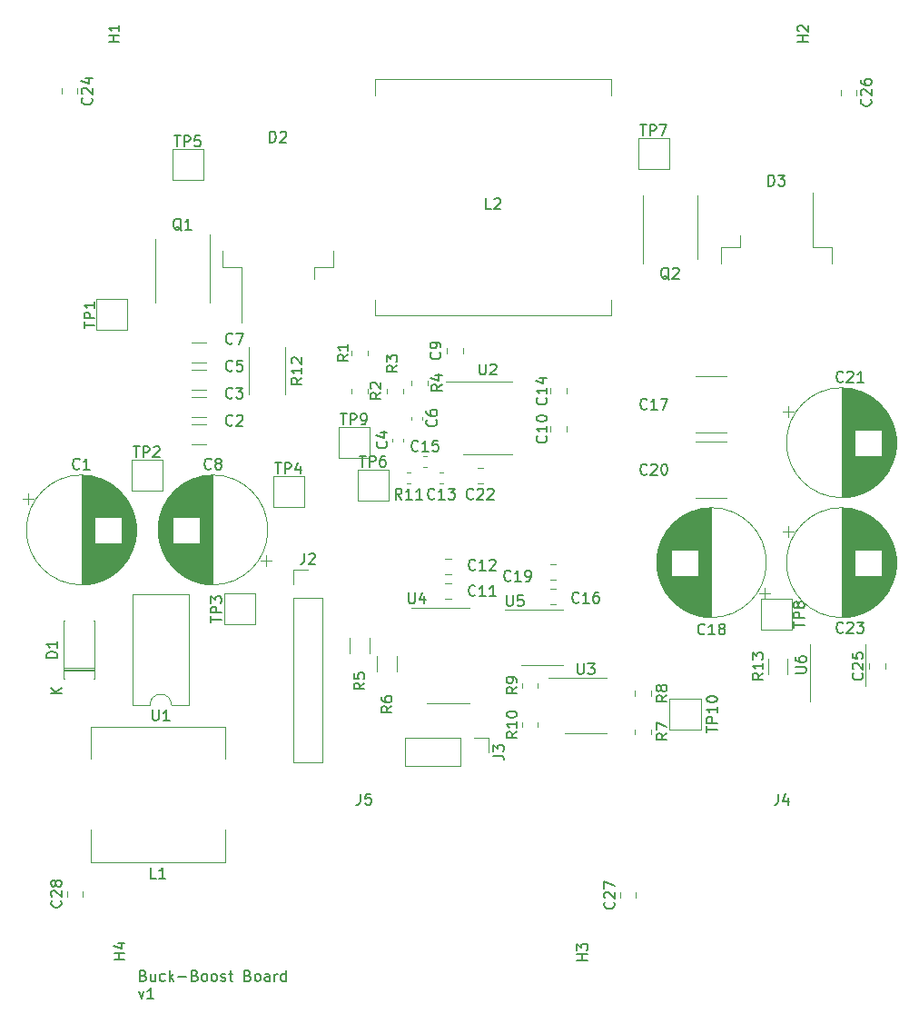
<source format=gbr>
%TF.GenerationSoftware,KiCad,Pcbnew,(5.1.9)-1*%
%TF.CreationDate,2022-02-26T00:54:21-05:00*%
%TF.ProjectId,LabPSU,4c616250-5355-42e6-9b69-6361645f7063,rev?*%
%TF.SameCoordinates,Original*%
%TF.FileFunction,Legend,Top*%
%TF.FilePolarity,Positive*%
%FSLAX46Y46*%
G04 Gerber Fmt 4.6, Leading zero omitted, Abs format (unit mm)*
G04 Created by KiCad (PCBNEW (5.1.9)-1) date 2022-02-26 00:54:21*
%MOMM*%
%LPD*%
G01*
G04 APERTURE LIST*
%ADD10C,0.150000*%
%ADD11C,0.120000*%
G04 APERTURE END LIST*
D10*
X65184928Y-144899571D02*
X65327785Y-144947190D01*
X65375404Y-144994809D01*
X65423023Y-145090047D01*
X65423023Y-145232904D01*
X65375404Y-145328142D01*
X65327785Y-145375761D01*
X65232547Y-145423380D01*
X64851595Y-145423380D01*
X64851595Y-144423380D01*
X65184928Y-144423380D01*
X65280166Y-144471000D01*
X65327785Y-144518619D01*
X65375404Y-144613857D01*
X65375404Y-144709095D01*
X65327785Y-144804333D01*
X65280166Y-144851952D01*
X65184928Y-144899571D01*
X64851595Y-144899571D01*
X66280166Y-144756714D02*
X66280166Y-145423380D01*
X65851595Y-144756714D02*
X65851595Y-145280523D01*
X65899214Y-145375761D01*
X65994452Y-145423380D01*
X66137309Y-145423380D01*
X66232547Y-145375761D01*
X66280166Y-145328142D01*
X67184928Y-145375761D02*
X67089690Y-145423380D01*
X66899214Y-145423380D01*
X66803976Y-145375761D01*
X66756357Y-145328142D01*
X66708738Y-145232904D01*
X66708738Y-144947190D01*
X66756357Y-144851952D01*
X66803976Y-144804333D01*
X66899214Y-144756714D01*
X67089690Y-144756714D01*
X67184928Y-144804333D01*
X67613500Y-145423380D02*
X67613500Y-144423380D01*
X67708738Y-145042428D02*
X67994452Y-145423380D01*
X67994452Y-144756714D02*
X67613500Y-145137666D01*
X68423023Y-145042428D02*
X69184928Y-145042428D01*
X69994452Y-144899571D02*
X70137309Y-144947190D01*
X70184928Y-144994809D01*
X70232547Y-145090047D01*
X70232547Y-145232904D01*
X70184928Y-145328142D01*
X70137309Y-145375761D01*
X70042071Y-145423380D01*
X69661119Y-145423380D01*
X69661119Y-144423380D01*
X69994452Y-144423380D01*
X70089690Y-144471000D01*
X70137309Y-144518619D01*
X70184928Y-144613857D01*
X70184928Y-144709095D01*
X70137309Y-144804333D01*
X70089690Y-144851952D01*
X69994452Y-144899571D01*
X69661119Y-144899571D01*
X70803976Y-145423380D02*
X70708738Y-145375761D01*
X70661119Y-145328142D01*
X70613500Y-145232904D01*
X70613500Y-144947190D01*
X70661119Y-144851952D01*
X70708738Y-144804333D01*
X70803976Y-144756714D01*
X70946833Y-144756714D01*
X71042071Y-144804333D01*
X71089690Y-144851952D01*
X71137309Y-144947190D01*
X71137309Y-145232904D01*
X71089690Y-145328142D01*
X71042071Y-145375761D01*
X70946833Y-145423380D01*
X70803976Y-145423380D01*
X71708738Y-145423380D02*
X71613500Y-145375761D01*
X71565880Y-145328142D01*
X71518261Y-145232904D01*
X71518261Y-144947190D01*
X71565880Y-144851952D01*
X71613500Y-144804333D01*
X71708738Y-144756714D01*
X71851595Y-144756714D01*
X71946833Y-144804333D01*
X71994452Y-144851952D01*
X72042071Y-144947190D01*
X72042071Y-145232904D01*
X71994452Y-145328142D01*
X71946833Y-145375761D01*
X71851595Y-145423380D01*
X71708738Y-145423380D01*
X72423023Y-145375761D02*
X72518261Y-145423380D01*
X72708738Y-145423380D01*
X72803976Y-145375761D01*
X72851595Y-145280523D01*
X72851595Y-145232904D01*
X72803976Y-145137666D01*
X72708738Y-145090047D01*
X72565880Y-145090047D01*
X72470642Y-145042428D01*
X72423023Y-144947190D01*
X72423023Y-144899571D01*
X72470642Y-144804333D01*
X72565880Y-144756714D01*
X72708738Y-144756714D01*
X72803976Y-144804333D01*
X73137309Y-144756714D02*
X73518261Y-144756714D01*
X73280166Y-144423380D02*
X73280166Y-145280523D01*
X73327785Y-145375761D01*
X73423023Y-145423380D01*
X73518261Y-145423380D01*
X74946833Y-144899571D02*
X75089690Y-144947190D01*
X75137309Y-144994809D01*
X75184928Y-145090047D01*
X75184928Y-145232904D01*
X75137309Y-145328142D01*
X75089690Y-145375761D01*
X74994452Y-145423380D01*
X74613500Y-145423380D01*
X74613500Y-144423380D01*
X74946833Y-144423380D01*
X75042071Y-144471000D01*
X75089690Y-144518619D01*
X75137309Y-144613857D01*
X75137309Y-144709095D01*
X75089690Y-144804333D01*
X75042071Y-144851952D01*
X74946833Y-144899571D01*
X74613500Y-144899571D01*
X75756357Y-145423380D02*
X75661119Y-145375761D01*
X75613500Y-145328142D01*
X75565880Y-145232904D01*
X75565880Y-144947190D01*
X75613500Y-144851952D01*
X75661119Y-144804333D01*
X75756357Y-144756714D01*
X75899214Y-144756714D01*
X75994452Y-144804333D01*
X76042071Y-144851952D01*
X76089690Y-144947190D01*
X76089690Y-145232904D01*
X76042071Y-145328142D01*
X75994452Y-145375761D01*
X75899214Y-145423380D01*
X75756357Y-145423380D01*
X76946833Y-145423380D02*
X76946833Y-144899571D01*
X76899214Y-144804333D01*
X76803976Y-144756714D01*
X76613500Y-144756714D01*
X76518261Y-144804333D01*
X76946833Y-145375761D02*
X76851595Y-145423380D01*
X76613500Y-145423380D01*
X76518261Y-145375761D01*
X76470642Y-145280523D01*
X76470642Y-145185285D01*
X76518261Y-145090047D01*
X76613500Y-145042428D01*
X76851595Y-145042428D01*
X76946833Y-144994809D01*
X77423023Y-145423380D02*
X77423023Y-144756714D01*
X77423023Y-144947190D02*
X77470642Y-144851952D01*
X77518261Y-144804333D01*
X77613500Y-144756714D01*
X77708738Y-144756714D01*
X78470642Y-145423380D02*
X78470642Y-144423380D01*
X78470642Y-145375761D02*
X78375404Y-145423380D01*
X78184928Y-145423380D01*
X78089690Y-145375761D01*
X78042071Y-145328142D01*
X77994452Y-145232904D01*
X77994452Y-144947190D01*
X78042071Y-144851952D01*
X78089690Y-144804333D01*
X78184928Y-144756714D01*
X78375404Y-144756714D01*
X78470642Y-144804333D01*
X64756357Y-146406714D02*
X64994452Y-147073380D01*
X65232547Y-146406714D01*
X66137309Y-147073380D02*
X65565880Y-147073380D01*
X65851595Y-147073380D02*
X65851595Y-146073380D01*
X65756357Y-146216238D01*
X65661119Y-146311476D01*
X65565880Y-146359095D01*
D11*
%TO.C,U6*%
X132481000Y-115951000D02*
X132481000Y-114001000D01*
X132481000Y-115951000D02*
X132481000Y-117901000D01*
X127361000Y-115951000D02*
X127361000Y-114001000D01*
X127361000Y-115951000D02*
X127361000Y-119401000D01*
%TO.C,U5*%
X102327000Y-115971000D02*
X104277000Y-115971000D01*
X102327000Y-115971000D02*
X100377000Y-115971000D01*
X102327000Y-110851000D02*
X104277000Y-110851000D01*
X102327000Y-110851000D02*
X98877000Y-110851000D01*
%TO.C,J2*%
X79188000Y-125028000D02*
X81848000Y-125028000D01*
X79188000Y-109728000D02*
X79188000Y-125028000D01*
X81848000Y-109728000D02*
X81848000Y-125028000D01*
X79188000Y-109728000D02*
X81848000Y-109728000D01*
X79188000Y-108458000D02*
X79188000Y-107128000D01*
X79188000Y-107128000D02*
X80518000Y-107128000D01*
%TO.C,C7*%
X69646748Y-85958000D02*
X71069252Y-85958000D01*
X69646748Y-87778000D02*
X71069252Y-87778000D01*
%TO.C,C5*%
X69646748Y-88498000D02*
X71069252Y-88498000D01*
X69646748Y-90318000D02*
X71069252Y-90318000D01*
%TO.C,C3*%
X69646748Y-91038000D02*
X71069252Y-91038000D01*
X69646748Y-92858000D02*
X71069252Y-92858000D01*
%TO.C,C2*%
X69646748Y-93578000D02*
X71069252Y-93578000D01*
X69646748Y-95398000D02*
X71069252Y-95398000D01*
%TO.C,R11*%
X90056580Y-99062000D02*
X89775420Y-99062000D01*
X90056580Y-98042000D02*
X89775420Y-98042000D01*
%TO.C,C15*%
X91299420Y-96518000D02*
X91580580Y-96518000D01*
X91299420Y-97538000D02*
X91580580Y-97538000D01*
%TO.C,C13*%
X92823420Y-98042000D02*
X93104580Y-98042000D01*
X92823420Y-99062000D02*
X93104580Y-99062000D01*
%TO.C,C6*%
X91188000Y-92823420D02*
X91188000Y-93104580D01*
X90168000Y-92823420D02*
X90168000Y-93104580D01*
%TO.C,C4*%
X88390000Y-95136580D02*
X88390000Y-94855420D01*
X89410000Y-95136580D02*
X89410000Y-94855420D01*
%TO.C,U1*%
X67802000Y-119694000D02*
X69452000Y-119694000D01*
X69452000Y-119694000D02*
X69452000Y-109414000D01*
X69452000Y-109414000D02*
X64152000Y-109414000D01*
X64152000Y-109414000D02*
X64152000Y-119694000D01*
X64152000Y-119694000D02*
X65802000Y-119694000D01*
X65802000Y-119694000D02*
G75*
G02*
X67802000Y-119694000I1000000J0D01*
G01*
%TO.C,L1*%
X72848000Y-131316000D02*
X72848000Y-134316000D01*
X72848000Y-134316000D02*
X60248000Y-134316000D01*
X60248000Y-134316000D02*
X60248000Y-131316000D01*
X60248000Y-124716000D02*
X60248000Y-121716000D01*
X60248000Y-121716000D02*
X72848000Y-121716000D01*
X72848000Y-121716000D02*
X72848000Y-124716000D01*
%TO.C,D1*%
X57842000Y-117274000D02*
X57712000Y-117274000D01*
X57712000Y-117274000D02*
X57712000Y-111834000D01*
X57712000Y-111834000D02*
X57842000Y-111834000D01*
X60522000Y-117274000D02*
X60652000Y-117274000D01*
X60652000Y-117274000D02*
X60652000Y-111834000D01*
X60652000Y-111834000D02*
X60522000Y-111834000D01*
X57712000Y-116374000D02*
X60652000Y-116374000D01*
X57712000Y-116254000D02*
X60652000Y-116254000D01*
X57712000Y-116494000D02*
X60652000Y-116494000D01*
%TO.C,C8*%
X76788000Y-103378000D02*
G75*
G03*
X76788000Y-103378000I-5120000J0D01*
G01*
X71668000Y-108458000D02*
X71668000Y-98298000D01*
X71628000Y-108458000D02*
X71628000Y-98298000D01*
X71588000Y-108458000D02*
X71588000Y-98298000D01*
X71548000Y-108457000D02*
X71548000Y-98299000D01*
X71508000Y-108456000D02*
X71508000Y-98300000D01*
X71468000Y-108455000D02*
X71468000Y-98301000D01*
X71428000Y-108453000D02*
X71428000Y-98303000D01*
X71388000Y-108451000D02*
X71388000Y-98305000D01*
X71348000Y-108448000D02*
X71348000Y-98308000D01*
X71308000Y-108446000D02*
X71308000Y-98310000D01*
X71268000Y-108443000D02*
X71268000Y-98313000D01*
X71228000Y-108440000D02*
X71228000Y-98316000D01*
X71188000Y-108436000D02*
X71188000Y-98320000D01*
X71148000Y-108432000D02*
X71148000Y-98324000D01*
X71108000Y-108428000D02*
X71108000Y-98328000D01*
X71068000Y-108423000D02*
X71068000Y-98333000D01*
X71028000Y-108418000D02*
X71028000Y-98338000D01*
X70988000Y-108413000D02*
X70988000Y-98343000D01*
X70947000Y-108408000D02*
X70947000Y-98348000D01*
X70907000Y-108402000D02*
X70907000Y-98354000D01*
X70867000Y-108396000D02*
X70867000Y-98360000D01*
X70827000Y-108389000D02*
X70827000Y-98367000D01*
X70787000Y-108382000D02*
X70787000Y-98374000D01*
X70747000Y-108375000D02*
X70747000Y-98381000D01*
X70707000Y-108368000D02*
X70707000Y-98388000D01*
X70667000Y-108360000D02*
X70667000Y-98396000D01*
X70627000Y-108352000D02*
X70627000Y-98404000D01*
X70587000Y-108343000D02*
X70587000Y-98413000D01*
X70547000Y-108334000D02*
X70547000Y-98422000D01*
X70507000Y-108325000D02*
X70507000Y-98431000D01*
X70467000Y-108316000D02*
X70467000Y-98440000D01*
X70427000Y-108306000D02*
X70427000Y-98450000D01*
X70387000Y-108296000D02*
X70387000Y-104619000D01*
X70387000Y-102137000D02*
X70387000Y-98460000D01*
X70347000Y-108285000D02*
X70347000Y-104619000D01*
X70347000Y-102137000D02*
X70347000Y-98471000D01*
X70307000Y-108275000D02*
X70307000Y-104619000D01*
X70307000Y-102137000D02*
X70307000Y-98481000D01*
X70267000Y-108263000D02*
X70267000Y-104619000D01*
X70267000Y-102137000D02*
X70267000Y-98493000D01*
X70227000Y-108252000D02*
X70227000Y-104619000D01*
X70227000Y-102137000D02*
X70227000Y-98504000D01*
X70187000Y-108240000D02*
X70187000Y-104619000D01*
X70187000Y-102137000D02*
X70187000Y-98516000D01*
X70147000Y-108228000D02*
X70147000Y-104619000D01*
X70147000Y-102137000D02*
X70147000Y-98528000D01*
X70107000Y-108215000D02*
X70107000Y-104619000D01*
X70107000Y-102137000D02*
X70107000Y-98541000D01*
X70067000Y-108202000D02*
X70067000Y-104619000D01*
X70067000Y-102137000D02*
X70067000Y-98554000D01*
X70027000Y-108189000D02*
X70027000Y-104619000D01*
X70027000Y-102137000D02*
X70027000Y-98567000D01*
X69987000Y-108175000D02*
X69987000Y-104619000D01*
X69987000Y-102137000D02*
X69987000Y-98581000D01*
X69947000Y-108161000D02*
X69947000Y-104619000D01*
X69947000Y-102137000D02*
X69947000Y-98595000D01*
X69907000Y-108146000D02*
X69907000Y-104619000D01*
X69907000Y-102137000D02*
X69907000Y-98610000D01*
X69867000Y-108132000D02*
X69867000Y-104619000D01*
X69867000Y-102137000D02*
X69867000Y-98624000D01*
X69827000Y-108116000D02*
X69827000Y-104619000D01*
X69827000Y-102137000D02*
X69827000Y-98640000D01*
X69787000Y-108101000D02*
X69787000Y-104619000D01*
X69787000Y-102137000D02*
X69787000Y-98655000D01*
X69747000Y-108085000D02*
X69747000Y-104619000D01*
X69747000Y-102137000D02*
X69747000Y-98671000D01*
X69707000Y-108068000D02*
X69707000Y-104619000D01*
X69707000Y-102137000D02*
X69707000Y-98688000D01*
X69667000Y-108052000D02*
X69667000Y-104619000D01*
X69667000Y-102137000D02*
X69667000Y-98704000D01*
X69627000Y-108035000D02*
X69627000Y-104619000D01*
X69627000Y-102137000D02*
X69627000Y-98721000D01*
X69587000Y-108017000D02*
X69587000Y-104619000D01*
X69587000Y-102137000D02*
X69587000Y-98739000D01*
X69547000Y-107999000D02*
X69547000Y-104619000D01*
X69547000Y-102137000D02*
X69547000Y-98757000D01*
X69507000Y-107981000D02*
X69507000Y-104619000D01*
X69507000Y-102137000D02*
X69507000Y-98775000D01*
X69467000Y-107962000D02*
X69467000Y-104619000D01*
X69467000Y-102137000D02*
X69467000Y-98794000D01*
X69427000Y-107942000D02*
X69427000Y-104619000D01*
X69427000Y-102137000D02*
X69427000Y-98814000D01*
X69387000Y-107923000D02*
X69387000Y-104619000D01*
X69387000Y-102137000D02*
X69387000Y-98833000D01*
X69347000Y-107903000D02*
X69347000Y-104619000D01*
X69347000Y-102137000D02*
X69347000Y-98853000D01*
X69307000Y-107882000D02*
X69307000Y-104619000D01*
X69307000Y-102137000D02*
X69307000Y-98874000D01*
X69267000Y-107861000D02*
X69267000Y-104619000D01*
X69267000Y-102137000D02*
X69267000Y-98895000D01*
X69227000Y-107840000D02*
X69227000Y-104619000D01*
X69227000Y-102137000D02*
X69227000Y-98916000D01*
X69187000Y-107818000D02*
X69187000Y-104619000D01*
X69187000Y-102137000D02*
X69187000Y-98938000D01*
X69147000Y-107795000D02*
X69147000Y-104619000D01*
X69147000Y-102137000D02*
X69147000Y-98961000D01*
X69107000Y-107773000D02*
X69107000Y-104619000D01*
X69107000Y-102137000D02*
X69107000Y-98983000D01*
X69067000Y-107749000D02*
X69067000Y-104619000D01*
X69067000Y-102137000D02*
X69067000Y-99007000D01*
X69027000Y-107725000D02*
X69027000Y-104619000D01*
X69027000Y-102137000D02*
X69027000Y-99031000D01*
X68987000Y-107701000D02*
X68987000Y-104619000D01*
X68987000Y-102137000D02*
X68987000Y-99055000D01*
X68947000Y-107676000D02*
X68947000Y-104619000D01*
X68947000Y-102137000D02*
X68947000Y-99080000D01*
X68907000Y-107651000D02*
X68907000Y-104619000D01*
X68907000Y-102137000D02*
X68907000Y-99105000D01*
X68867000Y-107625000D02*
X68867000Y-104619000D01*
X68867000Y-102137000D02*
X68867000Y-99131000D01*
X68827000Y-107599000D02*
X68827000Y-104619000D01*
X68827000Y-102137000D02*
X68827000Y-99157000D01*
X68787000Y-107572000D02*
X68787000Y-104619000D01*
X68787000Y-102137000D02*
X68787000Y-99184000D01*
X68747000Y-107544000D02*
X68747000Y-104619000D01*
X68747000Y-102137000D02*
X68747000Y-99212000D01*
X68707000Y-107516000D02*
X68707000Y-104619000D01*
X68707000Y-102137000D02*
X68707000Y-99240000D01*
X68667000Y-107488000D02*
X68667000Y-104619000D01*
X68667000Y-102137000D02*
X68667000Y-99268000D01*
X68627000Y-107458000D02*
X68627000Y-104619000D01*
X68627000Y-102137000D02*
X68627000Y-99298000D01*
X68587000Y-107428000D02*
X68587000Y-104619000D01*
X68587000Y-102137000D02*
X68587000Y-99328000D01*
X68547000Y-107398000D02*
X68547000Y-104619000D01*
X68547000Y-102137000D02*
X68547000Y-99358000D01*
X68507000Y-107367000D02*
X68507000Y-104619000D01*
X68507000Y-102137000D02*
X68507000Y-99389000D01*
X68467000Y-107335000D02*
X68467000Y-104619000D01*
X68467000Y-102137000D02*
X68467000Y-99421000D01*
X68427000Y-107303000D02*
X68427000Y-104619000D01*
X68427000Y-102137000D02*
X68427000Y-99453000D01*
X68387000Y-107270000D02*
X68387000Y-104619000D01*
X68387000Y-102137000D02*
X68387000Y-99486000D01*
X68347000Y-107236000D02*
X68347000Y-104619000D01*
X68347000Y-102137000D02*
X68347000Y-99520000D01*
X68307000Y-107202000D02*
X68307000Y-104619000D01*
X68307000Y-102137000D02*
X68307000Y-99554000D01*
X68267000Y-107167000D02*
X68267000Y-104619000D01*
X68267000Y-102137000D02*
X68267000Y-99589000D01*
X68227000Y-107131000D02*
X68227000Y-104619000D01*
X68227000Y-102137000D02*
X68227000Y-99625000D01*
X68187000Y-107094000D02*
X68187000Y-104619000D01*
X68187000Y-102137000D02*
X68187000Y-99662000D01*
X68147000Y-107057000D02*
X68147000Y-104619000D01*
X68147000Y-102137000D02*
X68147000Y-99699000D01*
X68107000Y-107018000D02*
X68107000Y-104619000D01*
X68107000Y-102137000D02*
X68107000Y-99738000D01*
X68067000Y-106979000D02*
X68067000Y-104619000D01*
X68067000Y-102137000D02*
X68067000Y-99777000D01*
X68027000Y-106939000D02*
X68027000Y-104619000D01*
X68027000Y-102137000D02*
X68027000Y-99817000D01*
X67987000Y-106898000D02*
X67987000Y-104619000D01*
X67987000Y-102137000D02*
X67987000Y-99858000D01*
X67947000Y-106856000D02*
X67947000Y-104619000D01*
X67947000Y-102137000D02*
X67947000Y-99900000D01*
X67907000Y-106814000D02*
X67907000Y-99942000D01*
X67867000Y-106770000D02*
X67867000Y-99986000D01*
X67827000Y-106725000D02*
X67827000Y-100031000D01*
X67787000Y-106679000D02*
X67787000Y-100077000D01*
X67747000Y-106632000D02*
X67747000Y-100124000D01*
X67707000Y-106584000D02*
X67707000Y-100172000D01*
X67667000Y-106534000D02*
X67667000Y-100222000D01*
X67627000Y-106484000D02*
X67627000Y-100272000D01*
X67587000Y-106432000D02*
X67587000Y-100324000D01*
X67547000Y-106378000D02*
X67547000Y-100378000D01*
X67507000Y-106323000D02*
X67507000Y-100433000D01*
X67467000Y-106267000D02*
X67467000Y-100489000D01*
X67427000Y-106208000D02*
X67427000Y-100548000D01*
X67387000Y-106148000D02*
X67387000Y-100608000D01*
X67347000Y-106087000D02*
X67347000Y-100669000D01*
X67307000Y-106023000D02*
X67307000Y-100733000D01*
X67267000Y-105957000D02*
X67267000Y-100799000D01*
X67227000Y-105888000D02*
X67227000Y-100868000D01*
X67187000Y-105817000D02*
X67187000Y-100939000D01*
X67147000Y-105743000D02*
X67147000Y-101013000D01*
X67107000Y-105667000D02*
X67107000Y-101089000D01*
X67067000Y-105587000D02*
X67067000Y-101169000D01*
X67027000Y-105503000D02*
X67027000Y-101253000D01*
X66987000Y-105415000D02*
X66987000Y-101341000D01*
X66947000Y-105322000D02*
X66947000Y-101434000D01*
X66907000Y-105224000D02*
X66907000Y-101532000D01*
X66867000Y-105120000D02*
X66867000Y-101636000D01*
X66827000Y-105008000D02*
X66827000Y-101748000D01*
X66787000Y-104888000D02*
X66787000Y-101868000D01*
X66747000Y-104756000D02*
X66747000Y-102000000D01*
X66707000Y-104608000D02*
X66707000Y-102148000D01*
X66667000Y-104440000D02*
X66667000Y-102316000D01*
X66627000Y-104240000D02*
X66627000Y-102516000D01*
X66587000Y-103977000D02*
X66587000Y-102779000D01*
X77147646Y-106253000D02*
X76147646Y-106253000D01*
X76647646Y-106753000D02*
X76647646Y-105753000D01*
%TO.C,C1*%
X64516000Y-103378000D02*
G75*
G03*
X64516000Y-103378000I-5120000J0D01*
G01*
X59396000Y-98298000D02*
X59396000Y-108458000D01*
X59436000Y-98298000D02*
X59436000Y-108458000D01*
X59476000Y-98298000D02*
X59476000Y-108458000D01*
X59516000Y-98299000D02*
X59516000Y-108457000D01*
X59556000Y-98300000D02*
X59556000Y-108456000D01*
X59596000Y-98301000D02*
X59596000Y-108455000D01*
X59636000Y-98303000D02*
X59636000Y-108453000D01*
X59676000Y-98305000D02*
X59676000Y-108451000D01*
X59716000Y-98308000D02*
X59716000Y-108448000D01*
X59756000Y-98310000D02*
X59756000Y-108446000D01*
X59796000Y-98313000D02*
X59796000Y-108443000D01*
X59836000Y-98316000D02*
X59836000Y-108440000D01*
X59876000Y-98320000D02*
X59876000Y-108436000D01*
X59916000Y-98324000D02*
X59916000Y-108432000D01*
X59956000Y-98328000D02*
X59956000Y-108428000D01*
X59996000Y-98333000D02*
X59996000Y-108423000D01*
X60036000Y-98338000D02*
X60036000Y-108418000D01*
X60076000Y-98343000D02*
X60076000Y-108413000D01*
X60117000Y-98348000D02*
X60117000Y-108408000D01*
X60157000Y-98354000D02*
X60157000Y-108402000D01*
X60197000Y-98360000D02*
X60197000Y-108396000D01*
X60237000Y-98367000D02*
X60237000Y-108389000D01*
X60277000Y-98374000D02*
X60277000Y-108382000D01*
X60317000Y-98381000D02*
X60317000Y-108375000D01*
X60357000Y-98388000D02*
X60357000Y-108368000D01*
X60397000Y-98396000D02*
X60397000Y-108360000D01*
X60437000Y-98404000D02*
X60437000Y-108352000D01*
X60477000Y-98413000D02*
X60477000Y-108343000D01*
X60517000Y-98422000D02*
X60517000Y-108334000D01*
X60557000Y-98431000D02*
X60557000Y-108325000D01*
X60597000Y-98440000D02*
X60597000Y-108316000D01*
X60637000Y-98450000D02*
X60637000Y-108306000D01*
X60677000Y-98460000D02*
X60677000Y-102137000D01*
X60677000Y-104619000D02*
X60677000Y-108296000D01*
X60717000Y-98471000D02*
X60717000Y-102137000D01*
X60717000Y-104619000D02*
X60717000Y-108285000D01*
X60757000Y-98481000D02*
X60757000Y-102137000D01*
X60757000Y-104619000D02*
X60757000Y-108275000D01*
X60797000Y-98493000D02*
X60797000Y-102137000D01*
X60797000Y-104619000D02*
X60797000Y-108263000D01*
X60837000Y-98504000D02*
X60837000Y-102137000D01*
X60837000Y-104619000D02*
X60837000Y-108252000D01*
X60877000Y-98516000D02*
X60877000Y-102137000D01*
X60877000Y-104619000D02*
X60877000Y-108240000D01*
X60917000Y-98528000D02*
X60917000Y-102137000D01*
X60917000Y-104619000D02*
X60917000Y-108228000D01*
X60957000Y-98541000D02*
X60957000Y-102137000D01*
X60957000Y-104619000D02*
X60957000Y-108215000D01*
X60997000Y-98554000D02*
X60997000Y-102137000D01*
X60997000Y-104619000D02*
X60997000Y-108202000D01*
X61037000Y-98567000D02*
X61037000Y-102137000D01*
X61037000Y-104619000D02*
X61037000Y-108189000D01*
X61077000Y-98581000D02*
X61077000Y-102137000D01*
X61077000Y-104619000D02*
X61077000Y-108175000D01*
X61117000Y-98595000D02*
X61117000Y-102137000D01*
X61117000Y-104619000D02*
X61117000Y-108161000D01*
X61157000Y-98610000D02*
X61157000Y-102137000D01*
X61157000Y-104619000D02*
X61157000Y-108146000D01*
X61197000Y-98624000D02*
X61197000Y-102137000D01*
X61197000Y-104619000D02*
X61197000Y-108132000D01*
X61237000Y-98640000D02*
X61237000Y-102137000D01*
X61237000Y-104619000D02*
X61237000Y-108116000D01*
X61277000Y-98655000D02*
X61277000Y-102137000D01*
X61277000Y-104619000D02*
X61277000Y-108101000D01*
X61317000Y-98671000D02*
X61317000Y-102137000D01*
X61317000Y-104619000D02*
X61317000Y-108085000D01*
X61357000Y-98688000D02*
X61357000Y-102137000D01*
X61357000Y-104619000D02*
X61357000Y-108068000D01*
X61397000Y-98704000D02*
X61397000Y-102137000D01*
X61397000Y-104619000D02*
X61397000Y-108052000D01*
X61437000Y-98721000D02*
X61437000Y-102137000D01*
X61437000Y-104619000D02*
X61437000Y-108035000D01*
X61477000Y-98739000D02*
X61477000Y-102137000D01*
X61477000Y-104619000D02*
X61477000Y-108017000D01*
X61517000Y-98757000D02*
X61517000Y-102137000D01*
X61517000Y-104619000D02*
X61517000Y-107999000D01*
X61557000Y-98775000D02*
X61557000Y-102137000D01*
X61557000Y-104619000D02*
X61557000Y-107981000D01*
X61597000Y-98794000D02*
X61597000Y-102137000D01*
X61597000Y-104619000D02*
X61597000Y-107962000D01*
X61637000Y-98814000D02*
X61637000Y-102137000D01*
X61637000Y-104619000D02*
X61637000Y-107942000D01*
X61677000Y-98833000D02*
X61677000Y-102137000D01*
X61677000Y-104619000D02*
X61677000Y-107923000D01*
X61717000Y-98853000D02*
X61717000Y-102137000D01*
X61717000Y-104619000D02*
X61717000Y-107903000D01*
X61757000Y-98874000D02*
X61757000Y-102137000D01*
X61757000Y-104619000D02*
X61757000Y-107882000D01*
X61797000Y-98895000D02*
X61797000Y-102137000D01*
X61797000Y-104619000D02*
X61797000Y-107861000D01*
X61837000Y-98916000D02*
X61837000Y-102137000D01*
X61837000Y-104619000D02*
X61837000Y-107840000D01*
X61877000Y-98938000D02*
X61877000Y-102137000D01*
X61877000Y-104619000D02*
X61877000Y-107818000D01*
X61917000Y-98961000D02*
X61917000Y-102137000D01*
X61917000Y-104619000D02*
X61917000Y-107795000D01*
X61957000Y-98983000D02*
X61957000Y-102137000D01*
X61957000Y-104619000D02*
X61957000Y-107773000D01*
X61997000Y-99007000D02*
X61997000Y-102137000D01*
X61997000Y-104619000D02*
X61997000Y-107749000D01*
X62037000Y-99031000D02*
X62037000Y-102137000D01*
X62037000Y-104619000D02*
X62037000Y-107725000D01*
X62077000Y-99055000D02*
X62077000Y-102137000D01*
X62077000Y-104619000D02*
X62077000Y-107701000D01*
X62117000Y-99080000D02*
X62117000Y-102137000D01*
X62117000Y-104619000D02*
X62117000Y-107676000D01*
X62157000Y-99105000D02*
X62157000Y-102137000D01*
X62157000Y-104619000D02*
X62157000Y-107651000D01*
X62197000Y-99131000D02*
X62197000Y-102137000D01*
X62197000Y-104619000D02*
X62197000Y-107625000D01*
X62237000Y-99157000D02*
X62237000Y-102137000D01*
X62237000Y-104619000D02*
X62237000Y-107599000D01*
X62277000Y-99184000D02*
X62277000Y-102137000D01*
X62277000Y-104619000D02*
X62277000Y-107572000D01*
X62317000Y-99212000D02*
X62317000Y-102137000D01*
X62317000Y-104619000D02*
X62317000Y-107544000D01*
X62357000Y-99240000D02*
X62357000Y-102137000D01*
X62357000Y-104619000D02*
X62357000Y-107516000D01*
X62397000Y-99268000D02*
X62397000Y-102137000D01*
X62397000Y-104619000D02*
X62397000Y-107488000D01*
X62437000Y-99298000D02*
X62437000Y-102137000D01*
X62437000Y-104619000D02*
X62437000Y-107458000D01*
X62477000Y-99328000D02*
X62477000Y-102137000D01*
X62477000Y-104619000D02*
X62477000Y-107428000D01*
X62517000Y-99358000D02*
X62517000Y-102137000D01*
X62517000Y-104619000D02*
X62517000Y-107398000D01*
X62557000Y-99389000D02*
X62557000Y-102137000D01*
X62557000Y-104619000D02*
X62557000Y-107367000D01*
X62597000Y-99421000D02*
X62597000Y-102137000D01*
X62597000Y-104619000D02*
X62597000Y-107335000D01*
X62637000Y-99453000D02*
X62637000Y-102137000D01*
X62637000Y-104619000D02*
X62637000Y-107303000D01*
X62677000Y-99486000D02*
X62677000Y-102137000D01*
X62677000Y-104619000D02*
X62677000Y-107270000D01*
X62717000Y-99520000D02*
X62717000Y-102137000D01*
X62717000Y-104619000D02*
X62717000Y-107236000D01*
X62757000Y-99554000D02*
X62757000Y-102137000D01*
X62757000Y-104619000D02*
X62757000Y-107202000D01*
X62797000Y-99589000D02*
X62797000Y-102137000D01*
X62797000Y-104619000D02*
X62797000Y-107167000D01*
X62837000Y-99625000D02*
X62837000Y-102137000D01*
X62837000Y-104619000D02*
X62837000Y-107131000D01*
X62877000Y-99662000D02*
X62877000Y-102137000D01*
X62877000Y-104619000D02*
X62877000Y-107094000D01*
X62917000Y-99699000D02*
X62917000Y-102137000D01*
X62917000Y-104619000D02*
X62917000Y-107057000D01*
X62957000Y-99738000D02*
X62957000Y-102137000D01*
X62957000Y-104619000D02*
X62957000Y-107018000D01*
X62997000Y-99777000D02*
X62997000Y-102137000D01*
X62997000Y-104619000D02*
X62997000Y-106979000D01*
X63037000Y-99817000D02*
X63037000Y-102137000D01*
X63037000Y-104619000D02*
X63037000Y-106939000D01*
X63077000Y-99858000D02*
X63077000Y-102137000D01*
X63077000Y-104619000D02*
X63077000Y-106898000D01*
X63117000Y-99900000D02*
X63117000Y-102137000D01*
X63117000Y-104619000D02*
X63117000Y-106856000D01*
X63157000Y-99942000D02*
X63157000Y-106814000D01*
X63197000Y-99986000D02*
X63197000Y-106770000D01*
X63237000Y-100031000D02*
X63237000Y-106725000D01*
X63277000Y-100077000D02*
X63277000Y-106679000D01*
X63317000Y-100124000D02*
X63317000Y-106632000D01*
X63357000Y-100172000D02*
X63357000Y-106584000D01*
X63397000Y-100222000D02*
X63397000Y-106534000D01*
X63437000Y-100272000D02*
X63437000Y-106484000D01*
X63477000Y-100324000D02*
X63477000Y-106432000D01*
X63517000Y-100378000D02*
X63517000Y-106378000D01*
X63557000Y-100433000D02*
X63557000Y-106323000D01*
X63597000Y-100489000D02*
X63597000Y-106267000D01*
X63637000Y-100548000D02*
X63637000Y-106208000D01*
X63677000Y-100608000D02*
X63677000Y-106148000D01*
X63717000Y-100669000D02*
X63717000Y-106087000D01*
X63757000Y-100733000D02*
X63757000Y-106023000D01*
X63797000Y-100799000D02*
X63797000Y-105957000D01*
X63837000Y-100868000D02*
X63837000Y-105888000D01*
X63877000Y-100939000D02*
X63877000Y-105817000D01*
X63917000Y-101013000D02*
X63917000Y-105743000D01*
X63957000Y-101089000D02*
X63957000Y-105667000D01*
X63997000Y-101169000D02*
X63997000Y-105587000D01*
X64037000Y-101253000D02*
X64037000Y-105503000D01*
X64077000Y-101341000D02*
X64077000Y-105415000D01*
X64117000Y-101434000D02*
X64117000Y-105322000D01*
X64157000Y-101532000D02*
X64157000Y-105224000D01*
X64197000Y-101636000D02*
X64197000Y-105120000D01*
X64237000Y-101748000D02*
X64237000Y-105008000D01*
X64277000Y-101868000D02*
X64277000Y-104888000D01*
X64317000Y-102000000D02*
X64317000Y-104756000D01*
X64357000Y-102148000D02*
X64357000Y-104608000D01*
X64397000Y-102316000D02*
X64397000Y-104440000D01*
X64437000Y-102516000D02*
X64437000Y-104240000D01*
X64477000Y-102779000D02*
X64477000Y-103977000D01*
X53916354Y-100503000D02*
X54916354Y-100503000D01*
X54416354Y-100003000D02*
X54416354Y-101003000D01*
%TO.C,R6*%
X88794000Y-115096936D02*
X88794000Y-116551064D01*
X86974000Y-115096936D02*
X86974000Y-116551064D01*
%TO.C,R5*%
X86254000Y-113445936D02*
X86254000Y-114900064D01*
X84434000Y-113445936D02*
X84434000Y-114900064D01*
%TO.C,C20*%
X119525748Y-100400000D02*
X116694252Y-100400000D01*
X119525748Y-95180000D02*
X116694252Y-95180000D01*
%TO.C,C17*%
X119525748Y-94304000D02*
X116694252Y-94304000D01*
X119525748Y-89084000D02*
X116694252Y-89084000D01*
%TO.C,U4*%
X93599000Y-119497000D02*
X95549000Y-119497000D01*
X93599000Y-119497000D02*
X91649000Y-119497000D01*
X93599000Y-110627000D02*
X95549000Y-110627000D01*
X93599000Y-110627000D02*
X90149000Y-110627000D01*
%TO.C,U3*%
X106426000Y-122321000D02*
X108376000Y-122321000D01*
X106426000Y-122321000D02*
X104476000Y-122321000D01*
X106426000Y-117201000D02*
X108376000Y-117201000D01*
X106426000Y-117201000D02*
X102976000Y-117201000D01*
%TO.C,U2*%
X99592000Y-96364000D02*
X94972000Y-96364000D01*
X99592000Y-89564000D02*
X93422000Y-89564000D01*
%TO.C,TP10*%
X114247000Y-119073000D02*
X117147000Y-119073000D01*
X117147000Y-119073000D02*
X117147000Y-121973000D01*
X117147000Y-121973000D02*
X114247000Y-121973000D01*
X114247000Y-121973000D02*
X114247000Y-119073000D01*
%TO.C,TP9*%
X83386000Y-93800000D02*
X86286000Y-93800000D01*
X86286000Y-93800000D02*
X86286000Y-96700000D01*
X86286000Y-96700000D02*
X83386000Y-96700000D01*
X83386000Y-96700000D02*
X83386000Y-93800000D01*
%TO.C,TP8*%
X125656000Y-109802000D02*
X125656000Y-112702000D01*
X125656000Y-112702000D02*
X122756000Y-112702000D01*
X122756000Y-112702000D02*
X122756000Y-109802000D01*
X122756000Y-109802000D02*
X125656000Y-109802000D01*
%TO.C,TP7*%
X111326000Y-66876000D02*
X114226000Y-66876000D01*
X114226000Y-66876000D02*
X114226000Y-69776000D01*
X114226000Y-69776000D02*
X111326000Y-69776000D01*
X111326000Y-69776000D02*
X111326000Y-66876000D01*
%TO.C,TP6*%
X85164000Y-97737000D02*
X88064000Y-97737000D01*
X88064000Y-97737000D02*
X88064000Y-100637000D01*
X88064000Y-100637000D02*
X85164000Y-100637000D01*
X85164000Y-100637000D02*
X85164000Y-97737000D01*
%TO.C,TP5*%
X67892000Y-67892000D02*
X70792000Y-67892000D01*
X70792000Y-67892000D02*
X70792000Y-70792000D01*
X70792000Y-70792000D02*
X67892000Y-70792000D01*
X67892000Y-70792000D02*
X67892000Y-67892000D01*
%TO.C,TP4*%
X77290000Y-98372000D02*
X80190000Y-98372000D01*
X80190000Y-98372000D02*
X80190000Y-101272000D01*
X80190000Y-101272000D02*
X77290000Y-101272000D01*
X77290000Y-101272000D02*
X77290000Y-98372000D01*
%TO.C,TP2*%
X64082000Y-96848000D02*
X66982000Y-96848000D01*
X66982000Y-96848000D02*
X66982000Y-99748000D01*
X66982000Y-99748000D02*
X64082000Y-99748000D01*
X64082000Y-99748000D02*
X64082000Y-96848000D01*
%TO.C,TP3*%
X72718000Y-112194000D02*
X72718000Y-109294000D01*
X72718000Y-109294000D02*
X75618000Y-109294000D01*
X75618000Y-109294000D02*
X75618000Y-112194000D01*
X75618000Y-112194000D02*
X72718000Y-112194000D01*
%TO.C,TP1*%
X60780000Y-84762000D02*
X60780000Y-81862000D01*
X60780000Y-81862000D02*
X63680000Y-81862000D01*
X63680000Y-81862000D02*
X63680000Y-84762000D01*
X63680000Y-84762000D02*
X60780000Y-84762000D01*
%TO.C,R13*%
X123423000Y-116805064D02*
X123423000Y-115350936D01*
X125243000Y-116805064D02*
X125243000Y-115350936D01*
%TO.C,R10*%
X101954000Y-121311936D02*
X101954000Y-121766064D01*
X100484000Y-121311936D02*
X100484000Y-121766064D01*
%TO.C,R9*%
X101954000Y-117628936D02*
X101954000Y-118083064D01*
X100484000Y-117628936D02*
X100484000Y-118083064D01*
%TO.C,R8*%
X111025000Y-118821564D02*
X111025000Y-118367436D01*
X112495000Y-118821564D02*
X112495000Y-118367436D01*
%TO.C,R12*%
X78418000Y-86383436D02*
X78418000Y-90737564D01*
X74998000Y-86383436D02*
X74998000Y-90737564D01*
%TO.C,R7*%
X111025000Y-122401064D02*
X111025000Y-121946936D01*
X112495000Y-122401064D02*
X112495000Y-121946936D01*
%TO.C,R4*%
X91667000Y-89434936D02*
X91667000Y-89889064D01*
X90197000Y-89434936D02*
X90197000Y-89889064D01*
%TO.C,R3*%
X89381000Y-90196936D02*
X89381000Y-90651064D01*
X87911000Y-90196936D02*
X87911000Y-90651064D01*
%TO.C,R2*%
X86080000Y-90196936D02*
X86080000Y-90651064D01*
X84610000Y-90196936D02*
X84610000Y-90651064D01*
%TO.C,R1*%
X86079000Y-86640936D02*
X86079000Y-87095064D01*
X84609000Y-86640936D02*
X84609000Y-87095064D01*
%TO.C,Q2*%
X111730000Y-78584000D02*
X111730000Y-72239000D01*
X116870000Y-78129000D02*
X116870000Y-72239000D01*
%TO.C,Q1*%
X71404000Y-75848000D02*
X71404000Y-82193000D01*
X66264000Y-76303000D02*
X66264000Y-82193000D01*
%TO.C,L2*%
X86790000Y-62865000D02*
X86790000Y-61390000D01*
X86790000Y-61390000D02*
X108790000Y-61390000D01*
X108790000Y-61390000D02*
X108790000Y-62865000D01*
X108790000Y-81915000D02*
X108790000Y-83390000D01*
X108790000Y-83390000D02*
X86790000Y-83390000D01*
X86790000Y-83390000D02*
X86790000Y-81915000D01*
%TO.C,J3*%
X89602000Y-122749000D02*
X89602000Y-125409000D01*
X94742000Y-122749000D02*
X89602000Y-122749000D01*
X94742000Y-125409000D02*
X89602000Y-125409000D01*
X94742000Y-122749000D02*
X94742000Y-125409000D01*
X96012000Y-122749000D02*
X97342000Y-122749000D01*
X97342000Y-122749000D02*
X97342000Y-124079000D01*
%TO.C,D3*%
X120816000Y-77060000D02*
X120816000Y-75960000D01*
X119006000Y-77060000D02*
X120816000Y-77060000D01*
X119006000Y-78560000D02*
X119006000Y-77060000D01*
X127596000Y-77060000D02*
X127596000Y-71935000D01*
X129406000Y-77060000D02*
X127596000Y-77060000D01*
X129406000Y-78560000D02*
X129406000Y-77060000D01*
%TO.C,D2*%
X81114000Y-78896000D02*
X81114000Y-79996000D01*
X82924000Y-78896000D02*
X81114000Y-78896000D01*
X82924000Y-77396000D02*
X82924000Y-78896000D01*
X74334000Y-78896000D02*
X74334000Y-84021000D01*
X72524000Y-78896000D02*
X74334000Y-78896000D01*
X72524000Y-77396000D02*
X72524000Y-78896000D01*
%TO.C,C28*%
X58066000Y-137548252D02*
X58066000Y-137025748D01*
X59536000Y-137548252D02*
X59536000Y-137025748D01*
%TO.C,C27*%
X109628000Y-137675252D02*
X109628000Y-137152748D01*
X111098000Y-137675252D02*
X111098000Y-137152748D01*
%TO.C,C26*%
X131672000Y-62349748D02*
X131672000Y-62872252D01*
X130202000Y-62349748D02*
X130202000Y-62872252D01*
%TO.C,C25*%
X134339000Y-115816748D02*
X134339000Y-116339252D01*
X132869000Y-115816748D02*
X132869000Y-116339252D01*
%TO.C,C19*%
X103116748Y-106580000D02*
X103639252Y-106580000D01*
X103116748Y-108050000D02*
X103639252Y-108050000D01*
%TO.C,C23*%
X135382000Y-106426000D02*
G75*
G03*
X135382000Y-106426000I-5120000J0D01*
G01*
X130262000Y-101346000D02*
X130262000Y-111506000D01*
X130302000Y-101346000D02*
X130302000Y-111506000D01*
X130342000Y-101346000D02*
X130342000Y-111506000D01*
X130382000Y-101347000D02*
X130382000Y-111505000D01*
X130422000Y-101348000D02*
X130422000Y-111504000D01*
X130462000Y-101349000D02*
X130462000Y-111503000D01*
X130502000Y-101351000D02*
X130502000Y-111501000D01*
X130542000Y-101353000D02*
X130542000Y-111499000D01*
X130582000Y-101356000D02*
X130582000Y-111496000D01*
X130622000Y-101358000D02*
X130622000Y-111494000D01*
X130662000Y-101361000D02*
X130662000Y-111491000D01*
X130702000Y-101364000D02*
X130702000Y-111488000D01*
X130742000Y-101368000D02*
X130742000Y-111484000D01*
X130782000Y-101372000D02*
X130782000Y-111480000D01*
X130822000Y-101376000D02*
X130822000Y-111476000D01*
X130862000Y-101381000D02*
X130862000Y-111471000D01*
X130902000Y-101386000D02*
X130902000Y-111466000D01*
X130942000Y-101391000D02*
X130942000Y-111461000D01*
X130983000Y-101396000D02*
X130983000Y-111456000D01*
X131023000Y-101402000D02*
X131023000Y-111450000D01*
X131063000Y-101408000D02*
X131063000Y-111444000D01*
X131103000Y-101415000D02*
X131103000Y-111437000D01*
X131143000Y-101422000D02*
X131143000Y-111430000D01*
X131183000Y-101429000D02*
X131183000Y-111423000D01*
X131223000Y-101436000D02*
X131223000Y-111416000D01*
X131263000Y-101444000D02*
X131263000Y-111408000D01*
X131303000Y-101452000D02*
X131303000Y-111400000D01*
X131343000Y-101461000D02*
X131343000Y-111391000D01*
X131383000Y-101470000D02*
X131383000Y-111382000D01*
X131423000Y-101479000D02*
X131423000Y-111373000D01*
X131463000Y-101488000D02*
X131463000Y-111364000D01*
X131503000Y-101498000D02*
X131503000Y-111354000D01*
X131543000Y-101508000D02*
X131543000Y-105185000D01*
X131543000Y-107667000D02*
X131543000Y-111344000D01*
X131583000Y-101519000D02*
X131583000Y-105185000D01*
X131583000Y-107667000D02*
X131583000Y-111333000D01*
X131623000Y-101529000D02*
X131623000Y-105185000D01*
X131623000Y-107667000D02*
X131623000Y-111323000D01*
X131663000Y-101541000D02*
X131663000Y-105185000D01*
X131663000Y-107667000D02*
X131663000Y-111311000D01*
X131703000Y-101552000D02*
X131703000Y-105185000D01*
X131703000Y-107667000D02*
X131703000Y-111300000D01*
X131743000Y-101564000D02*
X131743000Y-105185000D01*
X131743000Y-107667000D02*
X131743000Y-111288000D01*
X131783000Y-101576000D02*
X131783000Y-105185000D01*
X131783000Y-107667000D02*
X131783000Y-111276000D01*
X131823000Y-101589000D02*
X131823000Y-105185000D01*
X131823000Y-107667000D02*
X131823000Y-111263000D01*
X131863000Y-101602000D02*
X131863000Y-105185000D01*
X131863000Y-107667000D02*
X131863000Y-111250000D01*
X131903000Y-101615000D02*
X131903000Y-105185000D01*
X131903000Y-107667000D02*
X131903000Y-111237000D01*
X131943000Y-101629000D02*
X131943000Y-105185000D01*
X131943000Y-107667000D02*
X131943000Y-111223000D01*
X131983000Y-101643000D02*
X131983000Y-105185000D01*
X131983000Y-107667000D02*
X131983000Y-111209000D01*
X132023000Y-101658000D02*
X132023000Y-105185000D01*
X132023000Y-107667000D02*
X132023000Y-111194000D01*
X132063000Y-101672000D02*
X132063000Y-105185000D01*
X132063000Y-107667000D02*
X132063000Y-111180000D01*
X132103000Y-101688000D02*
X132103000Y-105185000D01*
X132103000Y-107667000D02*
X132103000Y-111164000D01*
X132143000Y-101703000D02*
X132143000Y-105185000D01*
X132143000Y-107667000D02*
X132143000Y-111149000D01*
X132183000Y-101719000D02*
X132183000Y-105185000D01*
X132183000Y-107667000D02*
X132183000Y-111133000D01*
X132223000Y-101736000D02*
X132223000Y-105185000D01*
X132223000Y-107667000D02*
X132223000Y-111116000D01*
X132263000Y-101752000D02*
X132263000Y-105185000D01*
X132263000Y-107667000D02*
X132263000Y-111100000D01*
X132303000Y-101769000D02*
X132303000Y-105185000D01*
X132303000Y-107667000D02*
X132303000Y-111083000D01*
X132343000Y-101787000D02*
X132343000Y-105185000D01*
X132343000Y-107667000D02*
X132343000Y-111065000D01*
X132383000Y-101805000D02*
X132383000Y-105185000D01*
X132383000Y-107667000D02*
X132383000Y-111047000D01*
X132423000Y-101823000D02*
X132423000Y-105185000D01*
X132423000Y-107667000D02*
X132423000Y-111029000D01*
X132463000Y-101842000D02*
X132463000Y-105185000D01*
X132463000Y-107667000D02*
X132463000Y-111010000D01*
X132503000Y-101862000D02*
X132503000Y-105185000D01*
X132503000Y-107667000D02*
X132503000Y-110990000D01*
X132543000Y-101881000D02*
X132543000Y-105185000D01*
X132543000Y-107667000D02*
X132543000Y-110971000D01*
X132583000Y-101901000D02*
X132583000Y-105185000D01*
X132583000Y-107667000D02*
X132583000Y-110951000D01*
X132623000Y-101922000D02*
X132623000Y-105185000D01*
X132623000Y-107667000D02*
X132623000Y-110930000D01*
X132663000Y-101943000D02*
X132663000Y-105185000D01*
X132663000Y-107667000D02*
X132663000Y-110909000D01*
X132703000Y-101964000D02*
X132703000Y-105185000D01*
X132703000Y-107667000D02*
X132703000Y-110888000D01*
X132743000Y-101986000D02*
X132743000Y-105185000D01*
X132743000Y-107667000D02*
X132743000Y-110866000D01*
X132783000Y-102009000D02*
X132783000Y-105185000D01*
X132783000Y-107667000D02*
X132783000Y-110843000D01*
X132823000Y-102031000D02*
X132823000Y-105185000D01*
X132823000Y-107667000D02*
X132823000Y-110821000D01*
X132863000Y-102055000D02*
X132863000Y-105185000D01*
X132863000Y-107667000D02*
X132863000Y-110797000D01*
X132903000Y-102079000D02*
X132903000Y-105185000D01*
X132903000Y-107667000D02*
X132903000Y-110773000D01*
X132943000Y-102103000D02*
X132943000Y-105185000D01*
X132943000Y-107667000D02*
X132943000Y-110749000D01*
X132983000Y-102128000D02*
X132983000Y-105185000D01*
X132983000Y-107667000D02*
X132983000Y-110724000D01*
X133023000Y-102153000D02*
X133023000Y-105185000D01*
X133023000Y-107667000D02*
X133023000Y-110699000D01*
X133063000Y-102179000D02*
X133063000Y-105185000D01*
X133063000Y-107667000D02*
X133063000Y-110673000D01*
X133103000Y-102205000D02*
X133103000Y-105185000D01*
X133103000Y-107667000D02*
X133103000Y-110647000D01*
X133143000Y-102232000D02*
X133143000Y-105185000D01*
X133143000Y-107667000D02*
X133143000Y-110620000D01*
X133183000Y-102260000D02*
X133183000Y-105185000D01*
X133183000Y-107667000D02*
X133183000Y-110592000D01*
X133223000Y-102288000D02*
X133223000Y-105185000D01*
X133223000Y-107667000D02*
X133223000Y-110564000D01*
X133263000Y-102316000D02*
X133263000Y-105185000D01*
X133263000Y-107667000D02*
X133263000Y-110536000D01*
X133303000Y-102346000D02*
X133303000Y-105185000D01*
X133303000Y-107667000D02*
X133303000Y-110506000D01*
X133343000Y-102376000D02*
X133343000Y-105185000D01*
X133343000Y-107667000D02*
X133343000Y-110476000D01*
X133383000Y-102406000D02*
X133383000Y-105185000D01*
X133383000Y-107667000D02*
X133383000Y-110446000D01*
X133423000Y-102437000D02*
X133423000Y-105185000D01*
X133423000Y-107667000D02*
X133423000Y-110415000D01*
X133463000Y-102469000D02*
X133463000Y-105185000D01*
X133463000Y-107667000D02*
X133463000Y-110383000D01*
X133503000Y-102501000D02*
X133503000Y-105185000D01*
X133503000Y-107667000D02*
X133503000Y-110351000D01*
X133543000Y-102534000D02*
X133543000Y-105185000D01*
X133543000Y-107667000D02*
X133543000Y-110318000D01*
X133583000Y-102568000D02*
X133583000Y-105185000D01*
X133583000Y-107667000D02*
X133583000Y-110284000D01*
X133623000Y-102602000D02*
X133623000Y-105185000D01*
X133623000Y-107667000D02*
X133623000Y-110250000D01*
X133663000Y-102637000D02*
X133663000Y-105185000D01*
X133663000Y-107667000D02*
X133663000Y-110215000D01*
X133703000Y-102673000D02*
X133703000Y-105185000D01*
X133703000Y-107667000D02*
X133703000Y-110179000D01*
X133743000Y-102710000D02*
X133743000Y-105185000D01*
X133743000Y-107667000D02*
X133743000Y-110142000D01*
X133783000Y-102747000D02*
X133783000Y-105185000D01*
X133783000Y-107667000D02*
X133783000Y-110105000D01*
X133823000Y-102786000D02*
X133823000Y-105185000D01*
X133823000Y-107667000D02*
X133823000Y-110066000D01*
X133863000Y-102825000D02*
X133863000Y-105185000D01*
X133863000Y-107667000D02*
X133863000Y-110027000D01*
X133903000Y-102865000D02*
X133903000Y-105185000D01*
X133903000Y-107667000D02*
X133903000Y-109987000D01*
X133943000Y-102906000D02*
X133943000Y-105185000D01*
X133943000Y-107667000D02*
X133943000Y-109946000D01*
X133983000Y-102948000D02*
X133983000Y-105185000D01*
X133983000Y-107667000D02*
X133983000Y-109904000D01*
X134023000Y-102990000D02*
X134023000Y-109862000D01*
X134063000Y-103034000D02*
X134063000Y-109818000D01*
X134103000Y-103079000D02*
X134103000Y-109773000D01*
X134143000Y-103125000D02*
X134143000Y-109727000D01*
X134183000Y-103172000D02*
X134183000Y-109680000D01*
X134223000Y-103220000D02*
X134223000Y-109632000D01*
X134263000Y-103270000D02*
X134263000Y-109582000D01*
X134303000Y-103320000D02*
X134303000Y-109532000D01*
X134343000Y-103372000D02*
X134343000Y-109480000D01*
X134383000Y-103426000D02*
X134383000Y-109426000D01*
X134423000Y-103481000D02*
X134423000Y-109371000D01*
X134463000Y-103537000D02*
X134463000Y-109315000D01*
X134503000Y-103596000D02*
X134503000Y-109256000D01*
X134543000Y-103656000D02*
X134543000Y-109196000D01*
X134583000Y-103717000D02*
X134583000Y-109135000D01*
X134623000Y-103781000D02*
X134623000Y-109071000D01*
X134663000Y-103847000D02*
X134663000Y-109005000D01*
X134703000Y-103916000D02*
X134703000Y-108936000D01*
X134743000Y-103987000D02*
X134743000Y-108865000D01*
X134783000Y-104061000D02*
X134783000Y-108791000D01*
X134823000Y-104137000D02*
X134823000Y-108715000D01*
X134863000Y-104217000D02*
X134863000Y-108635000D01*
X134903000Y-104301000D02*
X134903000Y-108551000D01*
X134943000Y-104389000D02*
X134943000Y-108463000D01*
X134983000Y-104482000D02*
X134983000Y-108370000D01*
X135023000Y-104580000D02*
X135023000Y-108272000D01*
X135063000Y-104684000D02*
X135063000Y-108168000D01*
X135103000Y-104796000D02*
X135103000Y-108056000D01*
X135143000Y-104916000D02*
X135143000Y-107936000D01*
X135183000Y-105048000D02*
X135183000Y-107804000D01*
X135223000Y-105196000D02*
X135223000Y-107656000D01*
X135263000Y-105364000D02*
X135263000Y-107488000D01*
X135303000Y-105564000D02*
X135303000Y-107288000D01*
X135343000Y-105827000D02*
X135343000Y-107025000D01*
X124782354Y-103551000D02*
X125782354Y-103551000D01*
X125282354Y-103051000D02*
X125282354Y-104051000D01*
%TO.C,C22*%
X96324748Y-97563000D02*
X96847252Y-97563000D01*
X96324748Y-99033000D02*
X96847252Y-99033000D01*
%TO.C,C16*%
X103116748Y-108866000D02*
X103639252Y-108866000D01*
X103116748Y-110336000D02*
X103639252Y-110336000D01*
%TO.C,C21*%
X135382000Y-95250000D02*
G75*
G03*
X135382000Y-95250000I-5120000J0D01*
G01*
X130262000Y-90170000D02*
X130262000Y-100330000D01*
X130302000Y-90170000D02*
X130302000Y-100330000D01*
X130342000Y-90170000D02*
X130342000Y-100330000D01*
X130382000Y-90171000D02*
X130382000Y-100329000D01*
X130422000Y-90172000D02*
X130422000Y-100328000D01*
X130462000Y-90173000D02*
X130462000Y-100327000D01*
X130502000Y-90175000D02*
X130502000Y-100325000D01*
X130542000Y-90177000D02*
X130542000Y-100323000D01*
X130582000Y-90180000D02*
X130582000Y-100320000D01*
X130622000Y-90182000D02*
X130622000Y-100318000D01*
X130662000Y-90185000D02*
X130662000Y-100315000D01*
X130702000Y-90188000D02*
X130702000Y-100312000D01*
X130742000Y-90192000D02*
X130742000Y-100308000D01*
X130782000Y-90196000D02*
X130782000Y-100304000D01*
X130822000Y-90200000D02*
X130822000Y-100300000D01*
X130862000Y-90205000D02*
X130862000Y-100295000D01*
X130902000Y-90210000D02*
X130902000Y-100290000D01*
X130942000Y-90215000D02*
X130942000Y-100285000D01*
X130983000Y-90220000D02*
X130983000Y-100280000D01*
X131023000Y-90226000D02*
X131023000Y-100274000D01*
X131063000Y-90232000D02*
X131063000Y-100268000D01*
X131103000Y-90239000D02*
X131103000Y-100261000D01*
X131143000Y-90246000D02*
X131143000Y-100254000D01*
X131183000Y-90253000D02*
X131183000Y-100247000D01*
X131223000Y-90260000D02*
X131223000Y-100240000D01*
X131263000Y-90268000D02*
X131263000Y-100232000D01*
X131303000Y-90276000D02*
X131303000Y-100224000D01*
X131343000Y-90285000D02*
X131343000Y-100215000D01*
X131383000Y-90294000D02*
X131383000Y-100206000D01*
X131423000Y-90303000D02*
X131423000Y-100197000D01*
X131463000Y-90312000D02*
X131463000Y-100188000D01*
X131503000Y-90322000D02*
X131503000Y-100178000D01*
X131543000Y-90332000D02*
X131543000Y-94009000D01*
X131543000Y-96491000D02*
X131543000Y-100168000D01*
X131583000Y-90343000D02*
X131583000Y-94009000D01*
X131583000Y-96491000D02*
X131583000Y-100157000D01*
X131623000Y-90353000D02*
X131623000Y-94009000D01*
X131623000Y-96491000D02*
X131623000Y-100147000D01*
X131663000Y-90365000D02*
X131663000Y-94009000D01*
X131663000Y-96491000D02*
X131663000Y-100135000D01*
X131703000Y-90376000D02*
X131703000Y-94009000D01*
X131703000Y-96491000D02*
X131703000Y-100124000D01*
X131743000Y-90388000D02*
X131743000Y-94009000D01*
X131743000Y-96491000D02*
X131743000Y-100112000D01*
X131783000Y-90400000D02*
X131783000Y-94009000D01*
X131783000Y-96491000D02*
X131783000Y-100100000D01*
X131823000Y-90413000D02*
X131823000Y-94009000D01*
X131823000Y-96491000D02*
X131823000Y-100087000D01*
X131863000Y-90426000D02*
X131863000Y-94009000D01*
X131863000Y-96491000D02*
X131863000Y-100074000D01*
X131903000Y-90439000D02*
X131903000Y-94009000D01*
X131903000Y-96491000D02*
X131903000Y-100061000D01*
X131943000Y-90453000D02*
X131943000Y-94009000D01*
X131943000Y-96491000D02*
X131943000Y-100047000D01*
X131983000Y-90467000D02*
X131983000Y-94009000D01*
X131983000Y-96491000D02*
X131983000Y-100033000D01*
X132023000Y-90482000D02*
X132023000Y-94009000D01*
X132023000Y-96491000D02*
X132023000Y-100018000D01*
X132063000Y-90496000D02*
X132063000Y-94009000D01*
X132063000Y-96491000D02*
X132063000Y-100004000D01*
X132103000Y-90512000D02*
X132103000Y-94009000D01*
X132103000Y-96491000D02*
X132103000Y-99988000D01*
X132143000Y-90527000D02*
X132143000Y-94009000D01*
X132143000Y-96491000D02*
X132143000Y-99973000D01*
X132183000Y-90543000D02*
X132183000Y-94009000D01*
X132183000Y-96491000D02*
X132183000Y-99957000D01*
X132223000Y-90560000D02*
X132223000Y-94009000D01*
X132223000Y-96491000D02*
X132223000Y-99940000D01*
X132263000Y-90576000D02*
X132263000Y-94009000D01*
X132263000Y-96491000D02*
X132263000Y-99924000D01*
X132303000Y-90593000D02*
X132303000Y-94009000D01*
X132303000Y-96491000D02*
X132303000Y-99907000D01*
X132343000Y-90611000D02*
X132343000Y-94009000D01*
X132343000Y-96491000D02*
X132343000Y-99889000D01*
X132383000Y-90629000D02*
X132383000Y-94009000D01*
X132383000Y-96491000D02*
X132383000Y-99871000D01*
X132423000Y-90647000D02*
X132423000Y-94009000D01*
X132423000Y-96491000D02*
X132423000Y-99853000D01*
X132463000Y-90666000D02*
X132463000Y-94009000D01*
X132463000Y-96491000D02*
X132463000Y-99834000D01*
X132503000Y-90686000D02*
X132503000Y-94009000D01*
X132503000Y-96491000D02*
X132503000Y-99814000D01*
X132543000Y-90705000D02*
X132543000Y-94009000D01*
X132543000Y-96491000D02*
X132543000Y-99795000D01*
X132583000Y-90725000D02*
X132583000Y-94009000D01*
X132583000Y-96491000D02*
X132583000Y-99775000D01*
X132623000Y-90746000D02*
X132623000Y-94009000D01*
X132623000Y-96491000D02*
X132623000Y-99754000D01*
X132663000Y-90767000D02*
X132663000Y-94009000D01*
X132663000Y-96491000D02*
X132663000Y-99733000D01*
X132703000Y-90788000D02*
X132703000Y-94009000D01*
X132703000Y-96491000D02*
X132703000Y-99712000D01*
X132743000Y-90810000D02*
X132743000Y-94009000D01*
X132743000Y-96491000D02*
X132743000Y-99690000D01*
X132783000Y-90833000D02*
X132783000Y-94009000D01*
X132783000Y-96491000D02*
X132783000Y-99667000D01*
X132823000Y-90855000D02*
X132823000Y-94009000D01*
X132823000Y-96491000D02*
X132823000Y-99645000D01*
X132863000Y-90879000D02*
X132863000Y-94009000D01*
X132863000Y-96491000D02*
X132863000Y-99621000D01*
X132903000Y-90903000D02*
X132903000Y-94009000D01*
X132903000Y-96491000D02*
X132903000Y-99597000D01*
X132943000Y-90927000D02*
X132943000Y-94009000D01*
X132943000Y-96491000D02*
X132943000Y-99573000D01*
X132983000Y-90952000D02*
X132983000Y-94009000D01*
X132983000Y-96491000D02*
X132983000Y-99548000D01*
X133023000Y-90977000D02*
X133023000Y-94009000D01*
X133023000Y-96491000D02*
X133023000Y-99523000D01*
X133063000Y-91003000D02*
X133063000Y-94009000D01*
X133063000Y-96491000D02*
X133063000Y-99497000D01*
X133103000Y-91029000D02*
X133103000Y-94009000D01*
X133103000Y-96491000D02*
X133103000Y-99471000D01*
X133143000Y-91056000D02*
X133143000Y-94009000D01*
X133143000Y-96491000D02*
X133143000Y-99444000D01*
X133183000Y-91084000D02*
X133183000Y-94009000D01*
X133183000Y-96491000D02*
X133183000Y-99416000D01*
X133223000Y-91112000D02*
X133223000Y-94009000D01*
X133223000Y-96491000D02*
X133223000Y-99388000D01*
X133263000Y-91140000D02*
X133263000Y-94009000D01*
X133263000Y-96491000D02*
X133263000Y-99360000D01*
X133303000Y-91170000D02*
X133303000Y-94009000D01*
X133303000Y-96491000D02*
X133303000Y-99330000D01*
X133343000Y-91200000D02*
X133343000Y-94009000D01*
X133343000Y-96491000D02*
X133343000Y-99300000D01*
X133383000Y-91230000D02*
X133383000Y-94009000D01*
X133383000Y-96491000D02*
X133383000Y-99270000D01*
X133423000Y-91261000D02*
X133423000Y-94009000D01*
X133423000Y-96491000D02*
X133423000Y-99239000D01*
X133463000Y-91293000D02*
X133463000Y-94009000D01*
X133463000Y-96491000D02*
X133463000Y-99207000D01*
X133503000Y-91325000D02*
X133503000Y-94009000D01*
X133503000Y-96491000D02*
X133503000Y-99175000D01*
X133543000Y-91358000D02*
X133543000Y-94009000D01*
X133543000Y-96491000D02*
X133543000Y-99142000D01*
X133583000Y-91392000D02*
X133583000Y-94009000D01*
X133583000Y-96491000D02*
X133583000Y-99108000D01*
X133623000Y-91426000D02*
X133623000Y-94009000D01*
X133623000Y-96491000D02*
X133623000Y-99074000D01*
X133663000Y-91461000D02*
X133663000Y-94009000D01*
X133663000Y-96491000D02*
X133663000Y-99039000D01*
X133703000Y-91497000D02*
X133703000Y-94009000D01*
X133703000Y-96491000D02*
X133703000Y-99003000D01*
X133743000Y-91534000D02*
X133743000Y-94009000D01*
X133743000Y-96491000D02*
X133743000Y-98966000D01*
X133783000Y-91571000D02*
X133783000Y-94009000D01*
X133783000Y-96491000D02*
X133783000Y-98929000D01*
X133823000Y-91610000D02*
X133823000Y-94009000D01*
X133823000Y-96491000D02*
X133823000Y-98890000D01*
X133863000Y-91649000D02*
X133863000Y-94009000D01*
X133863000Y-96491000D02*
X133863000Y-98851000D01*
X133903000Y-91689000D02*
X133903000Y-94009000D01*
X133903000Y-96491000D02*
X133903000Y-98811000D01*
X133943000Y-91730000D02*
X133943000Y-94009000D01*
X133943000Y-96491000D02*
X133943000Y-98770000D01*
X133983000Y-91772000D02*
X133983000Y-94009000D01*
X133983000Y-96491000D02*
X133983000Y-98728000D01*
X134023000Y-91814000D02*
X134023000Y-98686000D01*
X134063000Y-91858000D02*
X134063000Y-98642000D01*
X134103000Y-91903000D02*
X134103000Y-98597000D01*
X134143000Y-91949000D02*
X134143000Y-98551000D01*
X134183000Y-91996000D02*
X134183000Y-98504000D01*
X134223000Y-92044000D02*
X134223000Y-98456000D01*
X134263000Y-92094000D02*
X134263000Y-98406000D01*
X134303000Y-92144000D02*
X134303000Y-98356000D01*
X134343000Y-92196000D02*
X134343000Y-98304000D01*
X134383000Y-92250000D02*
X134383000Y-98250000D01*
X134423000Y-92305000D02*
X134423000Y-98195000D01*
X134463000Y-92361000D02*
X134463000Y-98139000D01*
X134503000Y-92420000D02*
X134503000Y-98080000D01*
X134543000Y-92480000D02*
X134543000Y-98020000D01*
X134583000Y-92541000D02*
X134583000Y-97959000D01*
X134623000Y-92605000D02*
X134623000Y-97895000D01*
X134663000Y-92671000D02*
X134663000Y-97829000D01*
X134703000Y-92740000D02*
X134703000Y-97760000D01*
X134743000Y-92811000D02*
X134743000Y-97689000D01*
X134783000Y-92885000D02*
X134783000Y-97615000D01*
X134823000Y-92961000D02*
X134823000Y-97539000D01*
X134863000Y-93041000D02*
X134863000Y-97459000D01*
X134903000Y-93125000D02*
X134903000Y-97375000D01*
X134943000Y-93213000D02*
X134943000Y-97287000D01*
X134983000Y-93306000D02*
X134983000Y-97194000D01*
X135023000Y-93404000D02*
X135023000Y-97096000D01*
X135063000Y-93508000D02*
X135063000Y-96992000D01*
X135103000Y-93620000D02*
X135103000Y-96880000D01*
X135143000Y-93740000D02*
X135143000Y-96760000D01*
X135183000Y-93872000D02*
X135183000Y-96628000D01*
X135223000Y-94020000D02*
X135223000Y-96480000D01*
X135263000Y-94188000D02*
X135263000Y-96312000D01*
X135303000Y-94388000D02*
X135303000Y-96112000D01*
X135343000Y-94651000D02*
X135343000Y-95849000D01*
X124782354Y-92375000D02*
X125782354Y-92375000D01*
X125282354Y-91875000D02*
X125282354Y-92875000D01*
%TO.C,C18*%
X123270000Y-106426000D02*
G75*
G03*
X123270000Y-106426000I-5120000J0D01*
G01*
X118150000Y-111506000D02*
X118150000Y-101346000D01*
X118110000Y-111506000D02*
X118110000Y-101346000D01*
X118070000Y-111506000D02*
X118070000Y-101346000D01*
X118030000Y-111505000D02*
X118030000Y-101347000D01*
X117990000Y-111504000D02*
X117990000Y-101348000D01*
X117950000Y-111503000D02*
X117950000Y-101349000D01*
X117910000Y-111501000D02*
X117910000Y-101351000D01*
X117870000Y-111499000D02*
X117870000Y-101353000D01*
X117830000Y-111496000D02*
X117830000Y-101356000D01*
X117790000Y-111494000D02*
X117790000Y-101358000D01*
X117750000Y-111491000D02*
X117750000Y-101361000D01*
X117710000Y-111488000D02*
X117710000Y-101364000D01*
X117670000Y-111484000D02*
X117670000Y-101368000D01*
X117630000Y-111480000D02*
X117630000Y-101372000D01*
X117590000Y-111476000D02*
X117590000Y-101376000D01*
X117550000Y-111471000D02*
X117550000Y-101381000D01*
X117510000Y-111466000D02*
X117510000Y-101386000D01*
X117470000Y-111461000D02*
X117470000Y-101391000D01*
X117429000Y-111456000D02*
X117429000Y-101396000D01*
X117389000Y-111450000D02*
X117389000Y-101402000D01*
X117349000Y-111444000D02*
X117349000Y-101408000D01*
X117309000Y-111437000D02*
X117309000Y-101415000D01*
X117269000Y-111430000D02*
X117269000Y-101422000D01*
X117229000Y-111423000D02*
X117229000Y-101429000D01*
X117189000Y-111416000D02*
X117189000Y-101436000D01*
X117149000Y-111408000D02*
X117149000Y-101444000D01*
X117109000Y-111400000D02*
X117109000Y-101452000D01*
X117069000Y-111391000D02*
X117069000Y-101461000D01*
X117029000Y-111382000D02*
X117029000Y-101470000D01*
X116989000Y-111373000D02*
X116989000Y-101479000D01*
X116949000Y-111364000D02*
X116949000Y-101488000D01*
X116909000Y-111354000D02*
X116909000Y-101498000D01*
X116869000Y-111344000D02*
X116869000Y-107667000D01*
X116869000Y-105185000D02*
X116869000Y-101508000D01*
X116829000Y-111333000D02*
X116829000Y-107667000D01*
X116829000Y-105185000D02*
X116829000Y-101519000D01*
X116789000Y-111323000D02*
X116789000Y-107667000D01*
X116789000Y-105185000D02*
X116789000Y-101529000D01*
X116749000Y-111311000D02*
X116749000Y-107667000D01*
X116749000Y-105185000D02*
X116749000Y-101541000D01*
X116709000Y-111300000D02*
X116709000Y-107667000D01*
X116709000Y-105185000D02*
X116709000Y-101552000D01*
X116669000Y-111288000D02*
X116669000Y-107667000D01*
X116669000Y-105185000D02*
X116669000Y-101564000D01*
X116629000Y-111276000D02*
X116629000Y-107667000D01*
X116629000Y-105185000D02*
X116629000Y-101576000D01*
X116589000Y-111263000D02*
X116589000Y-107667000D01*
X116589000Y-105185000D02*
X116589000Y-101589000D01*
X116549000Y-111250000D02*
X116549000Y-107667000D01*
X116549000Y-105185000D02*
X116549000Y-101602000D01*
X116509000Y-111237000D02*
X116509000Y-107667000D01*
X116509000Y-105185000D02*
X116509000Y-101615000D01*
X116469000Y-111223000D02*
X116469000Y-107667000D01*
X116469000Y-105185000D02*
X116469000Y-101629000D01*
X116429000Y-111209000D02*
X116429000Y-107667000D01*
X116429000Y-105185000D02*
X116429000Y-101643000D01*
X116389000Y-111194000D02*
X116389000Y-107667000D01*
X116389000Y-105185000D02*
X116389000Y-101658000D01*
X116349000Y-111180000D02*
X116349000Y-107667000D01*
X116349000Y-105185000D02*
X116349000Y-101672000D01*
X116309000Y-111164000D02*
X116309000Y-107667000D01*
X116309000Y-105185000D02*
X116309000Y-101688000D01*
X116269000Y-111149000D02*
X116269000Y-107667000D01*
X116269000Y-105185000D02*
X116269000Y-101703000D01*
X116229000Y-111133000D02*
X116229000Y-107667000D01*
X116229000Y-105185000D02*
X116229000Y-101719000D01*
X116189000Y-111116000D02*
X116189000Y-107667000D01*
X116189000Y-105185000D02*
X116189000Y-101736000D01*
X116149000Y-111100000D02*
X116149000Y-107667000D01*
X116149000Y-105185000D02*
X116149000Y-101752000D01*
X116109000Y-111083000D02*
X116109000Y-107667000D01*
X116109000Y-105185000D02*
X116109000Y-101769000D01*
X116069000Y-111065000D02*
X116069000Y-107667000D01*
X116069000Y-105185000D02*
X116069000Y-101787000D01*
X116029000Y-111047000D02*
X116029000Y-107667000D01*
X116029000Y-105185000D02*
X116029000Y-101805000D01*
X115989000Y-111029000D02*
X115989000Y-107667000D01*
X115989000Y-105185000D02*
X115989000Y-101823000D01*
X115949000Y-111010000D02*
X115949000Y-107667000D01*
X115949000Y-105185000D02*
X115949000Y-101842000D01*
X115909000Y-110990000D02*
X115909000Y-107667000D01*
X115909000Y-105185000D02*
X115909000Y-101862000D01*
X115869000Y-110971000D02*
X115869000Y-107667000D01*
X115869000Y-105185000D02*
X115869000Y-101881000D01*
X115829000Y-110951000D02*
X115829000Y-107667000D01*
X115829000Y-105185000D02*
X115829000Y-101901000D01*
X115789000Y-110930000D02*
X115789000Y-107667000D01*
X115789000Y-105185000D02*
X115789000Y-101922000D01*
X115749000Y-110909000D02*
X115749000Y-107667000D01*
X115749000Y-105185000D02*
X115749000Y-101943000D01*
X115709000Y-110888000D02*
X115709000Y-107667000D01*
X115709000Y-105185000D02*
X115709000Y-101964000D01*
X115669000Y-110866000D02*
X115669000Y-107667000D01*
X115669000Y-105185000D02*
X115669000Y-101986000D01*
X115629000Y-110843000D02*
X115629000Y-107667000D01*
X115629000Y-105185000D02*
X115629000Y-102009000D01*
X115589000Y-110821000D02*
X115589000Y-107667000D01*
X115589000Y-105185000D02*
X115589000Y-102031000D01*
X115549000Y-110797000D02*
X115549000Y-107667000D01*
X115549000Y-105185000D02*
X115549000Y-102055000D01*
X115509000Y-110773000D02*
X115509000Y-107667000D01*
X115509000Y-105185000D02*
X115509000Y-102079000D01*
X115469000Y-110749000D02*
X115469000Y-107667000D01*
X115469000Y-105185000D02*
X115469000Y-102103000D01*
X115429000Y-110724000D02*
X115429000Y-107667000D01*
X115429000Y-105185000D02*
X115429000Y-102128000D01*
X115389000Y-110699000D02*
X115389000Y-107667000D01*
X115389000Y-105185000D02*
X115389000Y-102153000D01*
X115349000Y-110673000D02*
X115349000Y-107667000D01*
X115349000Y-105185000D02*
X115349000Y-102179000D01*
X115309000Y-110647000D02*
X115309000Y-107667000D01*
X115309000Y-105185000D02*
X115309000Y-102205000D01*
X115269000Y-110620000D02*
X115269000Y-107667000D01*
X115269000Y-105185000D02*
X115269000Y-102232000D01*
X115229000Y-110592000D02*
X115229000Y-107667000D01*
X115229000Y-105185000D02*
X115229000Y-102260000D01*
X115189000Y-110564000D02*
X115189000Y-107667000D01*
X115189000Y-105185000D02*
X115189000Y-102288000D01*
X115149000Y-110536000D02*
X115149000Y-107667000D01*
X115149000Y-105185000D02*
X115149000Y-102316000D01*
X115109000Y-110506000D02*
X115109000Y-107667000D01*
X115109000Y-105185000D02*
X115109000Y-102346000D01*
X115069000Y-110476000D02*
X115069000Y-107667000D01*
X115069000Y-105185000D02*
X115069000Y-102376000D01*
X115029000Y-110446000D02*
X115029000Y-107667000D01*
X115029000Y-105185000D02*
X115029000Y-102406000D01*
X114989000Y-110415000D02*
X114989000Y-107667000D01*
X114989000Y-105185000D02*
X114989000Y-102437000D01*
X114949000Y-110383000D02*
X114949000Y-107667000D01*
X114949000Y-105185000D02*
X114949000Y-102469000D01*
X114909000Y-110351000D02*
X114909000Y-107667000D01*
X114909000Y-105185000D02*
X114909000Y-102501000D01*
X114869000Y-110318000D02*
X114869000Y-107667000D01*
X114869000Y-105185000D02*
X114869000Y-102534000D01*
X114829000Y-110284000D02*
X114829000Y-107667000D01*
X114829000Y-105185000D02*
X114829000Y-102568000D01*
X114789000Y-110250000D02*
X114789000Y-107667000D01*
X114789000Y-105185000D02*
X114789000Y-102602000D01*
X114749000Y-110215000D02*
X114749000Y-107667000D01*
X114749000Y-105185000D02*
X114749000Y-102637000D01*
X114709000Y-110179000D02*
X114709000Y-107667000D01*
X114709000Y-105185000D02*
X114709000Y-102673000D01*
X114669000Y-110142000D02*
X114669000Y-107667000D01*
X114669000Y-105185000D02*
X114669000Y-102710000D01*
X114629000Y-110105000D02*
X114629000Y-107667000D01*
X114629000Y-105185000D02*
X114629000Y-102747000D01*
X114589000Y-110066000D02*
X114589000Y-107667000D01*
X114589000Y-105185000D02*
X114589000Y-102786000D01*
X114549000Y-110027000D02*
X114549000Y-107667000D01*
X114549000Y-105185000D02*
X114549000Y-102825000D01*
X114509000Y-109987000D02*
X114509000Y-107667000D01*
X114509000Y-105185000D02*
X114509000Y-102865000D01*
X114469000Y-109946000D02*
X114469000Y-107667000D01*
X114469000Y-105185000D02*
X114469000Y-102906000D01*
X114429000Y-109904000D02*
X114429000Y-107667000D01*
X114429000Y-105185000D02*
X114429000Y-102948000D01*
X114389000Y-109862000D02*
X114389000Y-102990000D01*
X114349000Y-109818000D02*
X114349000Y-103034000D01*
X114309000Y-109773000D02*
X114309000Y-103079000D01*
X114269000Y-109727000D02*
X114269000Y-103125000D01*
X114229000Y-109680000D02*
X114229000Y-103172000D01*
X114189000Y-109632000D02*
X114189000Y-103220000D01*
X114149000Y-109582000D02*
X114149000Y-103270000D01*
X114109000Y-109532000D02*
X114109000Y-103320000D01*
X114069000Y-109480000D02*
X114069000Y-103372000D01*
X114029000Y-109426000D02*
X114029000Y-103426000D01*
X113989000Y-109371000D02*
X113989000Y-103481000D01*
X113949000Y-109315000D02*
X113949000Y-103537000D01*
X113909000Y-109256000D02*
X113909000Y-103596000D01*
X113869000Y-109196000D02*
X113869000Y-103656000D01*
X113829000Y-109135000D02*
X113829000Y-103717000D01*
X113789000Y-109071000D02*
X113789000Y-103781000D01*
X113749000Y-109005000D02*
X113749000Y-103847000D01*
X113709000Y-108936000D02*
X113709000Y-103916000D01*
X113669000Y-108865000D02*
X113669000Y-103987000D01*
X113629000Y-108791000D02*
X113629000Y-104061000D01*
X113589000Y-108715000D02*
X113589000Y-104137000D01*
X113549000Y-108635000D02*
X113549000Y-104217000D01*
X113509000Y-108551000D02*
X113509000Y-104301000D01*
X113469000Y-108463000D02*
X113469000Y-104389000D01*
X113429000Y-108370000D02*
X113429000Y-104482000D01*
X113389000Y-108272000D02*
X113389000Y-104580000D01*
X113349000Y-108168000D02*
X113349000Y-104684000D01*
X113309000Y-108056000D02*
X113309000Y-104796000D01*
X113269000Y-107936000D02*
X113269000Y-104916000D01*
X113229000Y-107804000D02*
X113229000Y-105048000D01*
X113189000Y-107656000D02*
X113189000Y-105196000D01*
X113149000Y-107488000D02*
X113149000Y-105364000D01*
X113109000Y-107288000D02*
X113109000Y-105564000D01*
X113069000Y-107025000D02*
X113069000Y-105827000D01*
X123629646Y-109301000D02*
X122629646Y-109301000D01*
X123129646Y-109801000D02*
X123129646Y-108801000D01*
%TO.C,C12*%
X93337748Y-106072000D02*
X93860252Y-106072000D01*
X93337748Y-107542000D02*
X93860252Y-107542000D01*
%TO.C,C14*%
X103151000Y-90685252D02*
X103151000Y-90162748D01*
X104621000Y-90685252D02*
X104621000Y-90162748D01*
%TO.C,C11*%
X93337748Y-108358000D02*
X93860252Y-108358000D01*
X93337748Y-109828000D02*
X93860252Y-109828000D01*
%TO.C,C10*%
X104621000Y-93718748D02*
X104621000Y-94241252D01*
X103151000Y-93718748D02*
X103151000Y-94241252D01*
%TO.C,C9*%
X93499000Y-86941252D02*
X93499000Y-86418748D01*
X94969000Y-86941252D02*
X94969000Y-86418748D01*
%TO.C,C24*%
X59028000Y-62222748D02*
X59028000Y-62745252D01*
X57558000Y-62222748D02*
X57558000Y-62745252D01*
%TO.C,U6*%
D10*
X125973380Y-116712904D02*
X126782904Y-116712904D01*
X126878142Y-116665285D01*
X126925761Y-116617666D01*
X126973380Y-116522428D01*
X126973380Y-116331952D01*
X126925761Y-116236714D01*
X126878142Y-116189095D01*
X126782904Y-116141476D01*
X125973380Y-116141476D01*
X125973380Y-115236714D02*
X125973380Y-115427190D01*
X126021000Y-115522428D01*
X126068619Y-115570047D01*
X126211476Y-115665285D01*
X126401952Y-115712904D01*
X126782904Y-115712904D01*
X126878142Y-115665285D01*
X126925761Y-115617666D01*
X126973380Y-115522428D01*
X126973380Y-115331952D01*
X126925761Y-115236714D01*
X126878142Y-115189095D01*
X126782904Y-115141476D01*
X126544809Y-115141476D01*
X126449571Y-115189095D01*
X126401952Y-115236714D01*
X126354333Y-115331952D01*
X126354333Y-115522428D01*
X126401952Y-115617666D01*
X126449571Y-115665285D01*
X126544809Y-115712904D01*
%TO.C,U5*%
X99060095Y-109463380D02*
X99060095Y-110272904D01*
X99107714Y-110368142D01*
X99155333Y-110415761D01*
X99250571Y-110463380D01*
X99441047Y-110463380D01*
X99536285Y-110415761D01*
X99583904Y-110368142D01*
X99631523Y-110272904D01*
X99631523Y-109463380D01*
X100583904Y-109463380D02*
X100107714Y-109463380D01*
X100060095Y-109939571D01*
X100107714Y-109891952D01*
X100202952Y-109844333D01*
X100441047Y-109844333D01*
X100536285Y-109891952D01*
X100583904Y-109939571D01*
X100631523Y-110034809D01*
X100631523Y-110272904D01*
X100583904Y-110368142D01*
X100536285Y-110415761D01*
X100441047Y-110463380D01*
X100202952Y-110463380D01*
X100107714Y-110415761D01*
X100060095Y-110368142D01*
%TO.C,J2*%
X80184666Y-105580380D02*
X80184666Y-106294666D01*
X80137047Y-106437523D01*
X80041809Y-106532761D01*
X79898952Y-106580380D01*
X79803714Y-106580380D01*
X80613238Y-105675619D02*
X80660857Y-105628000D01*
X80756095Y-105580380D01*
X80994190Y-105580380D01*
X81089428Y-105628000D01*
X81137047Y-105675619D01*
X81184666Y-105770857D01*
X81184666Y-105866095D01*
X81137047Y-106008952D01*
X80565619Y-106580380D01*
X81184666Y-106580380D01*
%TO.C,C7*%
X73493333Y-85955142D02*
X73445714Y-86002761D01*
X73302857Y-86050380D01*
X73207619Y-86050380D01*
X73064761Y-86002761D01*
X72969523Y-85907523D01*
X72921904Y-85812285D01*
X72874285Y-85621809D01*
X72874285Y-85478952D01*
X72921904Y-85288476D01*
X72969523Y-85193238D01*
X73064761Y-85098000D01*
X73207619Y-85050380D01*
X73302857Y-85050380D01*
X73445714Y-85098000D01*
X73493333Y-85145619D01*
X73826666Y-85050380D02*
X74493333Y-85050380D01*
X74064761Y-86050380D01*
%TO.C,C5*%
X73493333Y-88495142D02*
X73445714Y-88542761D01*
X73302857Y-88590380D01*
X73207619Y-88590380D01*
X73064761Y-88542761D01*
X72969523Y-88447523D01*
X72921904Y-88352285D01*
X72874285Y-88161809D01*
X72874285Y-88018952D01*
X72921904Y-87828476D01*
X72969523Y-87733238D01*
X73064761Y-87638000D01*
X73207619Y-87590380D01*
X73302857Y-87590380D01*
X73445714Y-87638000D01*
X73493333Y-87685619D01*
X74398095Y-87590380D02*
X73921904Y-87590380D01*
X73874285Y-88066571D01*
X73921904Y-88018952D01*
X74017142Y-87971333D01*
X74255238Y-87971333D01*
X74350476Y-88018952D01*
X74398095Y-88066571D01*
X74445714Y-88161809D01*
X74445714Y-88399904D01*
X74398095Y-88495142D01*
X74350476Y-88542761D01*
X74255238Y-88590380D01*
X74017142Y-88590380D01*
X73921904Y-88542761D01*
X73874285Y-88495142D01*
%TO.C,C3*%
X73493333Y-91035142D02*
X73445714Y-91082761D01*
X73302857Y-91130380D01*
X73207619Y-91130380D01*
X73064761Y-91082761D01*
X72969523Y-90987523D01*
X72921904Y-90892285D01*
X72874285Y-90701809D01*
X72874285Y-90558952D01*
X72921904Y-90368476D01*
X72969523Y-90273238D01*
X73064761Y-90178000D01*
X73207619Y-90130380D01*
X73302857Y-90130380D01*
X73445714Y-90178000D01*
X73493333Y-90225619D01*
X73826666Y-90130380D02*
X74445714Y-90130380D01*
X74112380Y-90511333D01*
X74255238Y-90511333D01*
X74350476Y-90558952D01*
X74398095Y-90606571D01*
X74445714Y-90701809D01*
X74445714Y-90939904D01*
X74398095Y-91035142D01*
X74350476Y-91082761D01*
X74255238Y-91130380D01*
X73969523Y-91130380D01*
X73874285Y-91082761D01*
X73826666Y-91035142D01*
%TO.C,C2*%
X73493333Y-93575142D02*
X73445714Y-93622761D01*
X73302857Y-93670380D01*
X73207619Y-93670380D01*
X73064761Y-93622761D01*
X72969523Y-93527523D01*
X72921904Y-93432285D01*
X72874285Y-93241809D01*
X72874285Y-93098952D01*
X72921904Y-92908476D01*
X72969523Y-92813238D01*
X73064761Y-92718000D01*
X73207619Y-92670380D01*
X73302857Y-92670380D01*
X73445714Y-92718000D01*
X73493333Y-92765619D01*
X73874285Y-92765619D02*
X73921904Y-92718000D01*
X74017142Y-92670380D01*
X74255238Y-92670380D01*
X74350476Y-92718000D01*
X74398095Y-92765619D01*
X74445714Y-92860857D01*
X74445714Y-92956095D01*
X74398095Y-93098952D01*
X73826666Y-93670380D01*
X74445714Y-93670380D01*
%TO.C,R11*%
X89273142Y-100528380D02*
X88939809Y-100052190D01*
X88701714Y-100528380D02*
X88701714Y-99528380D01*
X89082666Y-99528380D01*
X89177904Y-99576000D01*
X89225523Y-99623619D01*
X89273142Y-99718857D01*
X89273142Y-99861714D01*
X89225523Y-99956952D01*
X89177904Y-100004571D01*
X89082666Y-100052190D01*
X88701714Y-100052190D01*
X90225523Y-100528380D02*
X89654095Y-100528380D01*
X89939809Y-100528380D02*
X89939809Y-99528380D01*
X89844571Y-99671238D01*
X89749333Y-99766476D01*
X89654095Y-99814095D01*
X91177904Y-100528380D02*
X90606476Y-100528380D01*
X90892190Y-100528380D02*
X90892190Y-99528380D01*
X90796952Y-99671238D01*
X90701714Y-99766476D01*
X90606476Y-99814095D01*
%TO.C,C15*%
X90797142Y-95955142D02*
X90749523Y-96002761D01*
X90606666Y-96050380D01*
X90511428Y-96050380D01*
X90368571Y-96002761D01*
X90273333Y-95907523D01*
X90225714Y-95812285D01*
X90178095Y-95621809D01*
X90178095Y-95478952D01*
X90225714Y-95288476D01*
X90273333Y-95193238D01*
X90368571Y-95098000D01*
X90511428Y-95050380D01*
X90606666Y-95050380D01*
X90749523Y-95098000D01*
X90797142Y-95145619D01*
X91749523Y-96050380D02*
X91178095Y-96050380D01*
X91463809Y-96050380D02*
X91463809Y-95050380D01*
X91368571Y-95193238D01*
X91273333Y-95288476D01*
X91178095Y-95336095D01*
X92654285Y-95050380D02*
X92178095Y-95050380D01*
X92130476Y-95526571D01*
X92178095Y-95478952D01*
X92273333Y-95431333D01*
X92511428Y-95431333D01*
X92606666Y-95478952D01*
X92654285Y-95526571D01*
X92701904Y-95621809D01*
X92701904Y-95859904D01*
X92654285Y-95955142D01*
X92606666Y-96002761D01*
X92511428Y-96050380D01*
X92273333Y-96050380D01*
X92178095Y-96002761D01*
X92130476Y-95955142D01*
%TO.C,C13*%
X92321142Y-100433142D02*
X92273523Y-100480761D01*
X92130666Y-100528380D01*
X92035428Y-100528380D01*
X91892571Y-100480761D01*
X91797333Y-100385523D01*
X91749714Y-100290285D01*
X91702095Y-100099809D01*
X91702095Y-99956952D01*
X91749714Y-99766476D01*
X91797333Y-99671238D01*
X91892571Y-99576000D01*
X92035428Y-99528380D01*
X92130666Y-99528380D01*
X92273523Y-99576000D01*
X92321142Y-99623619D01*
X93273523Y-100528380D02*
X92702095Y-100528380D01*
X92987809Y-100528380D02*
X92987809Y-99528380D01*
X92892571Y-99671238D01*
X92797333Y-99766476D01*
X92702095Y-99814095D01*
X93606857Y-99528380D02*
X94225904Y-99528380D01*
X93892571Y-99909333D01*
X94035428Y-99909333D01*
X94130666Y-99956952D01*
X94178285Y-100004571D01*
X94225904Y-100099809D01*
X94225904Y-100337904D01*
X94178285Y-100433142D01*
X94130666Y-100480761D01*
X94035428Y-100528380D01*
X93749714Y-100528380D01*
X93654476Y-100480761D01*
X93606857Y-100433142D01*
%TO.C,C6*%
X92465142Y-93130666D02*
X92512761Y-93178285D01*
X92560380Y-93321142D01*
X92560380Y-93416380D01*
X92512761Y-93559238D01*
X92417523Y-93654476D01*
X92322285Y-93702095D01*
X92131809Y-93749714D01*
X91988952Y-93749714D01*
X91798476Y-93702095D01*
X91703238Y-93654476D01*
X91608000Y-93559238D01*
X91560380Y-93416380D01*
X91560380Y-93321142D01*
X91608000Y-93178285D01*
X91655619Y-93130666D01*
X91560380Y-92273523D02*
X91560380Y-92464000D01*
X91608000Y-92559238D01*
X91655619Y-92606857D01*
X91798476Y-92702095D01*
X91988952Y-92749714D01*
X92369904Y-92749714D01*
X92465142Y-92702095D01*
X92512761Y-92654476D01*
X92560380Y-92559238D01*
X92560380Y-92368761D01*
X92512761Y-92273523D01*
X92465142Y-92225904D01*
X92369904Y-92178285D01*
X92131809Y-92178285D01*
X92036571Y-92225904D01*
X91988952Y-92273523D01*
X91941333Y-92368761D01*
X91941333Y-92559238D01*
X91988952Y-92654476D01*
X92036571Y-92702095D01*
X92131809Y-92749714D01*
%TO.C,C4*%
X87827142Y-95162666D02*
X87874761Y-95210285D01*
X87922380Y-95353142D01*
X87922380Y-95448380D01*
X87874761Y-95591238D01*
X87779523Y-95686476D01*
X87684285Y-95734095D01*
X87493809Y-95781714D01*
X87350952Y-95781714D01*
X87160476Y-95734095D01*
X87065238Y-95686476D01*
X86970000Y-95591238D01*
X86922380Y-95448380D01*
X86922380Y-95353142D01*
X86970000Y-95210285D01*
X87017619Y-95162666D01*
X87255714Y-94305523D02*
X87922380Y-94305523D01*
X86874761Y-94543619D02*
X87589047Y-94781714D01*
X87589047Y-94162666D01*
%TO.C,U1*%
X66040095Y-120146380D02*
X66040095Y-120955904D01*
X66087714Y-121051142D01*
X66135333Y-121098761D01*
X66230571Y-121146380D01*
X66421047Y-121146380D01*
X66516285Y-121098761D01*
X66563904Y-121051142D01*
X66611523Y-120955904D01*
X66611523Y-120146380D01*
X67611523Y-121146380D02*
X67040095Y-121146380D01*
X67325809Y-121146380D02*
X67325809Y-120146380D01*
X67230571Y-120289238D01*
X67135333Y-120384476D01*
X67040095Y-120432095D01*
%TO.C,L1*%
X66381333Y-135834380D02*
X65905142Y-135834380D01*
X65905142Y-134834380D01*
X67238476Y-135834380D02*
X66667047Y-135834380D01*
X66952761Y-135834380D02*
X66952761Y-134834380D01*
X66857523Y-134977238D01*
X66762285Y-135072476D01*
X66667047Y-135120095D01*
%TO.C,D1*%
X57164380Y-115292095D02*
X56164380Y-115292095D01*
X56164380Y-115054000D01*
X56212000Y-114911142D01*
X56307238Y-114815904D01*
X56402476Y-114768285D01*
X56592952Y-114720666D01*
X56735809Y-114720666D01*
X56926285Y-114768285D01*
X57021523Y-114815904D01*
X57116761Y-114911142D01*
X57164380Y-115054000D01*
X57164380Y-115292095D01*
X57164380Y-113768285D02*
X57164380Y-114339714D01*
X57164380Y-114054000D02*
X56164380Y-114054000D01*
X56307238Y-114149238D01*
X56402476Y-114244476D01*
X56450095Y-114339714D01*
X57534380Y-118625904D02*
X56534380Y-118625904D01*
X57534380Y-118054476D02*
X56962952Y-118483047D01*
X56534380Y-118054476D02*
X57105809Y-118625904D01*
%TO.C,C8*%
X71501333Y-97639142D02*
X71453714Y-97686761D01*
X71310857Y-97734380D01*
X71215619Y-97734380D01*
X71072761Y-97686761D01*
X70977523Y-97591523D01*
X70929904Y-97496285D01*
X70882285Y-97305809D01*
X70882285Y-97162952D01*
X70929904Y-96972476D01*
X70977523Y-96877238D01*
X71072761Y-96782000D01*
X71215619Y-96734380D01*
X71310857Y-96734380D01*
X71453714Y-96782000D01*
X71501333Y-96829619D01*
X72072761Y-97162952D02*
X71977523Y-97115333D01*
X71929904Y-97067714D01*
X71882285Y-96972476D01*
X71882285Y-96924857D01*
X71929904Y-96829619D01*
X71977523Y-96782000D01*
X72072761Y-96734380D01*
X72263238Y-96734380D01*
X72358476Y-96782000D01*
X72406095Y-96829619D01*
X72453714Y-96924857D01*
X72453714Y-96972476D01*
X72406095Y-97067714D01*
X72358476Y-97115333D01*
X72263238Y-97162952D01*
X72072761Y-97162952D01*
X71977523Y-97210571D01*
X71929904Y-97258190D01*
X71882285Y-97353428D01*
X71882285Y-97543904D01*
X71929904Y-97639142D01*
X71977523Y-97686761D01*
X72072761Y-97734380D01*
X72263238Y-97734380D01*
X72358476Y-97686761D01*
X72406095Y-97639142D01*
X72453714Y-97543904D01*
X72453714Y-97353428D01*
X72406095Y-97258190D01*
X72358476Y-97210571D01*
X72263238Y-97162952D01*
%TO.C,C1*%
X59229333Y-97639142D02*
X59181714Y-97686761D01*
X59038857Y-97734380D01*
X58943619Y-97734380D01*
X58800761Y-97686761D01*
X58705523Y-97591523D01*
X58657904Y-97496285D01*
X58610285Y-97305809D01*
X58610285Y-97162952D01*
X58657904Y-96972476D01*
X58705523Y-96877238D01*
X58800761Y-96782000D01*
X58943619Y-96734380D01*
X59038857Y-96734380D01*
X59181714Y-96782000D01*
X59229333Y-96829619D01*
X60181714Y-97734380D02*
X59610285Y-97734380D01*
X59896000Y-97734380D02*
X59896000Y-96734380D01*
X59800761Y-96877238D01*
X59705523Y-96972476D01*
X59610285Y-97020095D01*
%TO.C,R6*%
X88336380Y-119800666D02*
X87860190Y-120134000D01*
X88336380Y-120372095D02*
X87336380Y-120372095D01*
X87336380Y-119991142D01*
X87384000Y-119895904D01*
X87431619Y-119848285D01*
X87526857Y-119800666D01*
X87669714Y-119800666D01*
X87764952Y-119848285D01*
X87812571Y-119895904D01*
X87860190Y-119991142D01*
X87860190Y-120372095D01*
X87336380Y-118943523D02*
X87336380Y-119134000D01*
X87384000Y-119229238D01*
X87431619Y-119276857D01*
X87574476Y-119372095D01*
X87764952Y-119419714D01*
X88145904Y-119419714D01*
X88241142Y-119372095D01*
X88288761Y-119324476D01*
X88336380Y-119229238D01*
X88336380Y-119038761D01*
X88288761Y-118943523D01*
X88241142Y-118895904D01*
X88145904Y-118848285D01*
X87907809Y-118848285D01*
X87812571Y-118895904D01*
X87764952Y-118943523D01*
X87717333Y-119038761D01*
X87717333Y-119229238D01*
X87764952Y-119324476D01*
X87812571Y-119372095D01*
X87907809Y-119419714D01*
%TO.C,R5*%
X85796380Y-117641666D02*
X85320190Y-117975000D01*
X85796380Y-118213095D02*
X84796380Y-118213095D01*
X84796380Y-117832142D01*
X84844000Y-117736904D01*
X84891619Y-117689285D01*
X84986857Y-117641666D01*
X85129714Y-117641666D01*
X85224952Y-117689285D01*
X85272571Y-117736904D01*
X85320190Y-117832142D01*
X85320190Y-118213095D01*
X84796380Y-116736904D02*
X84796380Y-117213095D01*
X85272571Y-117260714D01*
X85224952Y-117213095D01*
X85177333Y-117117857D01*
X85177333Y-116879761D01*
X85224952Y-116784523D01*
X85272571Y-116736904D01*
X85367809Y-116689285D01*
X85605904Y-116689285D01*
X85701142Y-116736904D01*
X85748761Y-116784523D01*
X85796380Y-116879761D01*
X85796380Y-117117857D01*
X85748761Y-117213095D01*
X85701142Y-117260714D01*
%TO.C,C20*%
X112133142Y-98147142D02*
X112085523Y-98194761D01*
X111942666Y-98242380D01*
X111847428Y-98242380D01*
X111704571Y-98194761D01*
X111609333Y-98099523D01*
X111561714Y-98004285D01*
X111514095Y-97813809D01*
X111514095Y-97670952D01*
X111561714Y-97480476D01*
X111609333Y-97385238D01*
X111704571Y-97290000D01*
X111847428Y-97242380D01*
X111942666Y-97242380D01*
X112085523Y-97290000D01*
X112133142Y-97337619D01*
X112514095Y-97337619D02*
X112561714Y-97290000D01*
X112656952Y-97242380D01*
X112895047Y-97242380D01*
X112990285Y-97290000D01*
X113037904Y-97337619D01*
X113085523Y-97432857D01*
X113085523Y-97528095D01*
X113037904Y-97670952D01*
X112466476Y-98242380D01*
X113085523Y-98242380D01*
X113704571Y-97242380D02*
X113799809Y-97242380D01*
X113895047Y-97290000D01*
X113942666Y-97337619D01*
X113990285Y-97432857D01*
X114037904Y-97623333D01*
X114037904Y-97861428D01*
X113990285Y-98051904D01*
X113942666Y-98147142D01*
X113895047Y-98194761D01*
X113799809Y-98242380D01*
X113704571Y-98242380D01*
X113609333Y-98194761D01*
X113561714Y-98147142D01*
X113514095Y-98051904D01*
X113466476Y-97861428D01*
X113466476Y-97623333D01*
X113514095Y-97432857D01*
X113561714Y-97337619D01*
X113609333Y-97290000D01*
X113704571Y-97242380D01*
%TO.C,C17*%
X112133142Y-92051142D02*
X112085523Y-92098761D01*
X111942666Y-92146380D01*
X111847428Y-92146380D01*
X111704571Y-92098761D01*
X111609333Y-92003523D01*
X111561714Y-91908285D01*
X111514095Y-91717809D01*
X111514095Y-91574952D01*
X111561714Y-91384476D01*
X111609333Y-91289238D01*
X111704571Y-91194000D01*
X111847428Y-91146380D01*
X111942666Y-91146380D01*
X112085523Y-91194000D01*
X112133142Y-91241619D01*
X113085523Y-92146380D02*
X112514095Y-92146380D01*
X112799809Y-92146380D02*
X112799809Y-91146380D01*
X112704571Y-91289238D01*
X112609333Y-91384476D01*
X112514095Y-91432095D01*
X113418857Y-91146380D02*
X114085523Y-91146380D01*
X113656952Y-92146380D01*
%TO.C,U4*%
X89916095Y-109234380D02*
X89916095Y-110043904D01*
X89963714Y-110139142D01*
X90011333Y-110186761D01*
X90106571Y-110234380D01*
X90297047Y-110234380D01*
X90392285Y-110186761D01*
X90439904Y-110139142D01*
X90487523Y-110043904D01*
X90487523Y-109234380D01*
X91392285Y-109567714D02*
X91392285Y-110234380D01*
X91154190Y-109186761D02*
X90916095Y-109901047D01*
X91535142Y-109901047D01*
%TO.C,U3*%
X105664095Y-115813380D02*
X105664095Y-116622904D01*
X105711714Y-116718142D01*
X105759333Y-116765761D01*
X105854571Y-116813380D01*
X106045047Y-116813380D01*
X106140285Y-116765761D01*
X106187904Y-116718142D01*
X106235523Y-116622904D01*
X106235523Y-115813380D01*
X106616476Y-115813380D02*
X107235523Y-115813380D01*
X106902190Y-116194333D01*
X107045047Y-116194333D01*
X107140285Y-116241952D01*
X107187904Y-116289571D01*
X107235523Y-116384809D01*
X107235523Y-116622904D01*
X107187904Y-116718142D01*
X107140285Y-116765761D01*
X107045047Y-116813380D01*
X106759333Y-116813380D01*
X106664095Y-116765761D01*
X106616476Y-116718142D01*
%TO.C,U2*%
X96520095Y-87916380D02*
X96520095Y-88725904D01*
X96567714Y-88821142D01*
X96615333Y-88868761D01*
X96710571Y-88916380D01*
X96901047Y-88916380D01*
X96996285Y-88868761D01*
X97043904Y-88821142D01*
X97091523Y-88725904D01*
X97091523Y-87916380D01*
X97520095Y-88011619D02*
X97567714Y-87964000D01*
X97662952Y-87916380D01*
X97901047Y-87916380D01*
X97996285Y-87964000D01*
X98043904Y-88011619D01*
X98091523Y-88106857D01*
X98091523Y-88202095D01*
X98043904Y-88344952D01*
X97472476Y-88916380D01*
X98091523Y-88916380D01*
%TO.C,TP10*%
X117689380Y-122261095D02*
X117689380Y-121689666D01*
X118689380Y-121975380D02*
X117689380Y-121975380D01*
X118689380Y-121356333D02*
X117689380Y-121356333D01*
X117689380Y-120975380D01*
X117737000Y-120880142D01*
X117784619Y-120832523D01*
X117879857Y-120784904D01*
X118022714Y-120784904D01*
X118117952Y-120832523D01*
X118165571Y-120880142D01*
X118213190Y-120975380D01*
X118213190Y-121356333D01*
X118689380Y-119832523D02*
X118689380Y-120403952D01*
X118689380Y-120118238D02*
X117689380Y-120118238D01*
X117832238Y-120213476D01*
X117927476Y-120308714D01*
X117975095Y-120403952D01*
X117689380Y-119213476D02*
X117689380Y-119118238D01*
X117737000Y-119023000D01*
X117784619Y-118975380D01*
X117879857Y-118927761D01*
X118070333Y-118880142D01*
X118308428Y-118880142D01*
X118498904Y-118927761D01*
X118594142Y-118975380D01*
X118641761Y-119023000D01*
X118689380Y-119118238D01*
X118689380Y-119213476D01*
X118641761Y-119308714D01*
X118594142Y-119356333D01*
X118498904Y-119403952D01*
X118308428Y-119451571D01*
X118070333Y-119451571D01*
X117879857Y-119403952D01*
X117784619Y-119356333D01*
X117737000Y-119308714D01*
X117689380Y-119213476D01*
%TO.C,TP9*%
X83574095Y-92554380D02*
X84145523Y-92554380D01*
X83859809Y-93554380D02*
X83859809Y-92554380D01*
X84478857Y-93554380D02*
X84478857Y-92554380D01*
X84859809Y-92554380D01*
X84955047Y-92602000D01*
X85002666Y-92649619D01*
X85050285Y-92744857D01*
X85050285Y-92887714D01*
X85002666Y-92982952D01*
X84955047Y-93030571D01*
X84859809Y-93078190D01*
X84478857Y-93078190D01*
X85526476Y-93554380D02*
X85716952Y-93554380D01*
X85812190Y-93506761D01*
X85859809Y-93459142D01*
X85955047Y-93316285D01*
X86002666Y-93125809D01*
X86002666Y-92744857D01*
X85955047Y-92649619D01*
X85907428Y-92602000D01*
X85812190Y-92554380D01*
X85621714Y-92554380D01*
X85526476Y-92602000D01*
X85478857Y-92649619D01*
X85431238Y-92744857D01*
X85431238Y-92982952D01*
X85478857Y-93078190D01*
X85526476Y-93125809D01*
X85621714Y-93173428D01*
X85812190Y-93173428D01*
X85907428Y-93125809D01*
X85955047Y-93078190D01*
X86002666Y-92982952D01*
%TO.C,TP8*%
X125806380Y-112513904D02*
X125806380Y-111942476D01*
X126806380Y-112228190D02*
X125806380Y-112228190D01*
X126806380Y-111609142D02*
X125806380Y-111609142D01*
X125806380Y-111228190D01*
X125854000Y-111132952D01*
X125901619Y-111085333D01*
X125996857Y-111037714D01*
X126139714Y-111037714D01*
X126234952Y-111085333D01*
X126282571Y-111132952D01*
X126330190Y-111228190D01*
X126330190Y-111609142D01*
X126234952Y-110466285D02*
X126187333Y-110561523D01*
X126139714Y-110609142D01*
X126044476Y-110656761D01*
X125996857Y-110656761D01*
X125901619Y-110609142D01*
X125854000Y-110561523D01*
X125806380Y-110466285D01*
X125806380Y-110275809D01*
X125854000Y-110180571D01*
X125901619Y-110132952D01*
X125996857Y-110085333D01*
X126044476Y-110085333D01*
X126139714Y-110132952D01*
X126187333Y-110180571D01*
X126234952Y-110275809D01*
X126234952Y-110466285D01*
X126282571Y-110561523D01*
X126330190Y-110609142D01*
X126425428Y-110656761D01*
X126615904Y-110656761D01*
X126711142Y-110609142D01*
X126758761Y-110561523D01*
X126806380Y-110466285D01*
X126806380Y-110275809D01*
X126758761Y-110180571D01*
X126711142Y-110132952D01*
X126615904Y-110085333D01*
X126425428Y-110085333D01*
X126330190Y-110132952D01*
X126282571Y-110180571D01*
X126234952Y-110275809D01*
%TO.C,TP7*%
X111514095Y-65630380D02*
X112085523Y-65630380D01*
X111799809Y-66630380D02*
X111799809Y-65630380D01*
X112418857Y-66630380D02*
X112418857Y-65630380D01*
X112799809Y-65630380D01*
X112895047Y-65678000D01*
X112942666Y-65725619D01*
X112990285Y-65820857D01*
X112990285Y-65963714D01*
X112942666Y-66058952D01*
X112895047Y-66106571D01*
X112799809Y-66154190D01*
X112418857Y-66154190D01*
X113323619Y-65630380D02*
X113990285Y-65630380D01*
X113561714Y-66630380D01*
%TO.C,TP6*%
X85352095Y-96491380D02*
X85923523Y-96491380D01*
X85637809Y-97491380D02*
X85637809Y-96491380D01*
X86256857Y-97491380D02*
X86256857Y-96491380D01*
X86637809Y-96491380D01*
X86733047Y-96539000D01*
X86780666Y-96586619D01*
X86828285Y-96681857D01*
X86828285Y-96824714D01*
X86780666Y-96919952D01*
X86733047Y-96967571D01*
X86637809Y-97015190D01*
X86256857Y-97015190D01*
X87685428Y-96491380D02*
X87494952Y-96491380D01*
X87399714Y-96539000D01*
X87352095Y-96586619D01*
X87256857Y-96729476D01*
X87209238Y-96919952D01*
X87209238Y-97300904D01*
X87256857Y-97396142D01*
X87304476Y-97443761D01*
X87399714Y-97491380D01*
X87590190Y-97491380D01*
X87685428Y-97443761D01*
X87733047Y-97396142D01*
X87780666Y-97300904D01*
X87780666Y-97062809D01*
X87733047Y-96967571D01*
X87685428Y-96919952D01*
X87590190Y-96872333D01*
X87399714Y-96872333D01*
X87304476Y-96919952D01*
X87256857Y-96967571D01*
X87209238Y-97062809D01*
%TO.C,TP5*%
X68080095Y-66646380D02*
X68651523Y-66646380D01*
X68365809Y-67646380D02*
X68365809Y-66646380D01*
X68984857Y-67646380D02*
X68984857Y-66646380D01*
X69365809Y-66646380D01*
X69461047Y-66694000D01*
X69508666Y-66741619D01*
X69556285Y-66836857D01*
X69556285Y-66979714D01*
X69508666Y-67074952D01*
X69461047Y-67122571D01*
X69365809Y-67170190D01*
X68984857Y-67170190D01*
X70461047Y-66646380D02*
X69984857Y-66646380D01*
X69937238Y-67122571D01*
X69984857Y-67074952D01*
X70080095Y-67027333D01*
X70318190Y-67027333D01*
X70413428Y-67074952D01*
X70461047Y-67122571D01*
X70508666Y-67217809D01*
X70508666Y-67455904D01*
X70461047Y-67551142D01*
X70413428Y-67598761D01*
X70318190Y-67646380D01*
X70080095Y-67646380D01*
X69984857Y-67598761D01*
X69937238Y-67551142D01*
%TO.C,TP4*%
X77478095Y-97126380D02*
X78049523Y-97126380D01*
X77763809Y-98126380D02*
X77763809Y-97126380D01*
X78382857Y-98126380D02*
X78382857Y-97126380D01*
X78763809Y-97126380D01*
X78859047Y-97174000D01*
X78906666Y-97221619D01*
X78954285Y-97316857D01*
X78954285Y-97459714D01*
X78906666Y-97554952D01*
X78859047Y-97602571D01*
X78763809Y-97650190D01*
X78382857Y-97650190D01*
X79811428Y-97459714D02*
X79811428Y-98126380D01*
X79573333Y-97078761D02*
X79335238Y-97793047D01*
X79954285Y-97793047D01*
%TO.C,TP2*%
X64270095Y-95602380D02*
X64841523Y-95602380D01*
X64555809Y-96602380D02*
X64555809Y-95602380D01*
X65174857Y-96602380D02*
X65174857Y-95602380D01*
X65555809Y-95602380D01*
X65651047Y-95650000D01*
X65698666Y-95697619D01*
X65746285Y-95792857D01*
X65746285Y-95935714D01*
X65698666Y-96030952D01*
X65651047Y-96078571D01*
X65555809Y-96126190D01*
X65174857Y-96126190D01*
X66127238Y-95697619D02*
X66174857Y-95650000D01*
X66270095Y-95602380D01*
X66508190Y-95602380D01*
X66603428Y-95650000D01*
X66651047Y-95697619D01*
X66698666Y-95792857D01*
X66698666Y-95888095D01*
X66651047Y-96030952D01*
X66079619Y-96602380D01*
X66698666Y-96602380D01*
%TO.C,TP3*%
X71472380Y-112005904D02*
X71472380Y-111434476D01*
X72472380Y-111720190D02*
X71472380Y-111720190D01*
X72472380Y-111101142D02*
X71472380Y-111101142D01*
X71472380Y-110720190D01*
X71520000Y-110624952D01*
X71567619Y-110577333D01*
X71662857Y-110529714D01*
X71805714Y-110529714D01*
X71900952Y-110577333D01*
X71948571Y-110624952D01*
X71996190Y-110720190D01*
X71996190Y-111101142D01*
X71472380Y-110196380D02*
X71472380Y-109577333D01*
X71853333Y-109910666D01*
X71853333Y-109767809D01*
X71900952Y-109672571D01*
X71948571Y-109624952D01*
X72043809Y-109577333D01*
X72281904Y-109577333D01*
X72377142Y-109624952D01*
X72424761Y-109672571D01*
X72472380Y-109767809D01*
X72472380Y-110053523D01*
X72424761Y-110148761D01*
X72377142Y-110196380D01*
%TO.C,TP1*%
X59650380Y-84573904D02*
X59650380Y-84002476D01*
X60650380Y-84288190D02*
X59650380Y-84288190D01*
X60650380Y-83669142D02*
X59650380Y-83669142D01*
X59650380Y-83288190D01*
X59698000Y-83192952D01*
X59745619Y-83145333D01*
X59840857Y-83097714D01*
X59983714Y-83097714D01*
X60078952Y-83145333D01*
X60126571Y-83192952D01*
X60174190Y-83288190D01*
X60174190Y-83669142D01*
X60650380Y-82145333D02*
X60650380Y-82716761D01*
X60650380Y-82431047D02*
X59650380Y-82431047D01*
X59793238Y-82526285D01*
X59888476Y-82621523D01*
X59936095Y-82716761D01*
%TO.C,R13*%
X122965380Y-116720857D02*
X122489190Y-117054190D01*
X122965380Y-117292285D02*
X121965380Y-117292285D01*
X121965380Y-116911333D01*
X122013000Y-116816095D01*
X122060619Y-116768476D01*
X122155857Y-116720857D01*
X122298714Y-116720857D01*
X122393952Y-116768476D01*
X122441571Y-116816095D01*
X122489190Y-116911333D01*
X122489190Y-117292285D01*
X122965380Y-115768476D02*
X122965380Y-116339904D01*
X122965380Y-116054190D02*
X121965380Y-116054190D01*
X122108238Y-116149428D01*
X122203476Y-116244666D01*
X122251095Y-116339904D01*
X121965380Y-115435142D02*
X121965380Y-114816095D01*
X122346333Y-115149428D01*
X122346333Y-115006571D01*
X122393952Y-114911333D01*
X122441571Y-114863714D01*
X122536809Y-114816095D01*
X122774904Y-114816095D01*
X122870142Y-114863714D01*
X122917761Y-114911333D01*
X122965380Y-115006571D01*
X122965380Y-115292285D01*
X122917761Y-115387523D01*
X122870142Y-115435142D01*
%TO.C,R10*%
X100020380Y-122181857D02*
X99544190Y-122515190D01*
X100020380Y-122753285D02*
X99020380Y-122753285D01*
X99020380Y-122372333D01*
X99068000Y-122277095D01*
X99115619Y-122229476D01*
X99210857Y-122181857D01*
X99353714Y-122181857D01*
X99448952Y-122229476D01*
X99496571Y-122277095D01*
X99544190Y-122372333D01*
X99544190Y-122753285D01*
X100020380Y-121229476D02*
X100020380Y-121800904D01*
X100020380Y-121515190D02*
X99020380Y-121515190D01*
X99163238Y-121610428D01*
X99258476Y-121705666D01*
X99306095Y-121800904D01*
X99020380Y-120610428D02*
X99020380Y-120515190D01*
X99068000Y-120419952D01*
X99115619Y-120372333D01*
X99210857Y-120324714D01*
X99401333Y-120277095D01*
X99639428Y-120277095D01*
X99829904Y-120324714D01*
X99925142Y-120372333D01*
X99972761Y-120419952D01*
X100020380Y-120515190D01*
X100020380Y-120610428D01*
X99972761Y-120705666D01*
X99925142Y-120753285D01*
X99829904Y-120800904D01*
X99639428Y-120848523D01*
X99401333Y-120848523D01*
X99210857Y-120800904D01*
X99115619Y-120753285D01*
X99068000Y-120705666D01*
X99020380Y-120610428D01*
%TO.C,R9*%
X100020380Y-118022666D02*
X99544190Y-118356000D01*
X100020380Y-118594095D02*
X99020380Y-118594095D01*
X99020380Y-118213142D01*
X99068000Y-118117904D01*
X99115619Y-118070285D01*
X99210857Y-118022666D01*
X99353714Y-118022666D01*
X99448952Y-118070285D01*
X99496571Y-118117904D01*
X99544190Y-118213142D01*
X99544190Y-118594095D01*
X100020380Y-117546476D02*
X100020380Y-117356000D01*
X99972761Y-117260761D01*
X99925142Y-117213142D01*
X99782285Y-117117904D01*
X99591809Y-117070285D01*
X99210857Y-117070285D01*
X99115619Y-117117904D01*
X99068000Y-117165523D01*
X99020380Y-117260761D01*
X99020380Y-117451238D01*
X99068000Y-117546476D01*
X99115619Y-117594095D01*
X99210857Y-117641714D01*
X99448952Y-117641714D01*
X99544190Y-117594095D01*
X99591809Y-117546476D01*
X99639428Y-117451238D01*
X99639428Y-117260761D01*
X99591809Y-117165523D01*
X99544190Y-117117904D01*
X99448952Y-117070285D01*
%TO.C,R8*%
X113990380Y-118784666D02*
X113514190Y-119118000D01*
X113990380Y-119356095D02*
X112990380Y-119356095D01*
X112990380Y-118975142D01*
X113038000Y-118879904D01*
X113085619Y-118832285D01*
X113180857Y-118784666D01*
X113323714Y-118784666D01*
X113418952Y-118832285D01*
X113466571Y-118879904D01*
X113514190Y-118975142D01*
X113514190Y-119356095D01*
X113418952Y-118213238D02*
X113371333Y-118308476D01*
X113323714Y-118356095D01*
X113228476Y-118403714D01*
X113180857Y-118403714D01*
X113085619Y-118356095D01*
X113038000Y-118308476D01*
X112990380Y-118213238D01*
X112990380Y-118022761D01*
X113038000Y-117927523D01*
X113085619Y-117879904D01*
X113180857Y-117832285D01*
X113228476Y-117832285D01*
X113323714Y-117879904D01*
X113371333Y-117927523D01*
X113418952Y-118022761D01*
X113418952Y-118213238D01*
X113466571Y-118308476D01*
X113514190Y-118356095D01*
X113609428Y-118403714D01*
X113799904Y-118403714D01*
X113895142Y-118356095D01*
X113942761Y-118308476D01*
X113990380Y-118213238D01*
X113990380Y-118022761D01*
X113942761Y-117927523D01*
X113895142Y-117879904D01*
X113799904Y-117832285D01*
X113609428Y-117832285D01*
X113514190Y-117879904D01*
X113466571Y-117927523D01*
X113418952Y-118022761D01*
%TO.C,R12*%
X79954380Y-89203357D02*
X79478190Y-89536690D01*
X79954380Y-89774785D02*
X78954380Y-89774785D01*
X78954380Y-89393833D01*
X79002000Y-89298595D01*
X79049619Y-89250976D01*
X79144857Y-89203357D01*
X79287714Y-89203357D01*
X79382952Y-89250976D01*
X79430571Y-89298595D01*
X79478190Y-89393833D01*
X79478190Y-89774785D01*
X79954380Y-88250976D02*
X79954380Y-88822404D01*
X79954380Y-88536690D02*
X78954380Y-88536690D01*
X79097238Y-88631928D01*
X79192476Y-88727166D01*
X79240095Y-88822404D01*
X79049619Y-87870023D02*
X79002000Y-87822404D01*
X78954380Y-87727166D01*
X78954380Y-87489071D01*
X79002000Y-87393833D01*
X79049619Y-87346214D01*
X79144857Y-87298595D01*
X79240095Y-87298595D01*
X79382952Y-87346214D01*
X79954380Y-87917642D01*
X79954380Y-87298595D01*
%TO.C,R7*%
X113990380Y-122340666D02*
X113514190Y-122674000D01*
X113990380Y-122912095D02*
X112990380Y-122912095D01*
X112990380Y-122531142D01*
X113038000Y-122435904D01*
X113085619Y-122388285D01*
X113180857Y-122340666D01*
X113323714Y-122340666D01*
X113418952Y-122388285D01*
X113466571Y-122435904D01*
X113514190Y-122531142D01*
X113514190Y-122912095D01*
X112990380Y-122007333D02*
X112990380Y-121340666D01*
X113990380Y-121769238D01*
%TO.C,R4*%
X93034380Y-89828666D02*
X92558190Y-90162000D01*
X93034380Y-90400095D02*
X92034380Y-90400095D01*
X92034380Y-90019142D01*
X92082000Y-89923904D01*
X92129619Y-89876285D01*
X92224857Y-89828666D01*
X92367714Y-89828666D01*
X92462952Y-89876285D01*
X92510571Y-89923904D01*
X92558190Y-90019142D01*
X92558190Y-90400095D01*
X92367714Y-88971523D02*
X93034380Y-88971523D01*
X91986761Y-89209619D02*
X92701047Y-89447714D01*
X92701047Y-88828666D01*
%TO.C,R3*%
X88844380Y-88050666D02*
X88368190Y-88384000D01*
X88844380Y-88622095D02*
X87844380Y-88622095D01*
X87844380Y-88241142D01*
X87892000Y-88145904D01*
X87939619Y-88098285D01*
X88034857Y-88050666D01*
X88177714Y-88050666D01*
X88272952Y-88098285D01*
X88320571Y-88145904D01*
X88368190Y-88241142D01*
X88368190Y-88622095D01*
X87844380Y-87717333D02*
X87844380Y-87098285D01*
X88225333Y-87431619D01*
X88225333Y-87288761D01*
X88272952Y-87193523D01*
X88320571Y-87145904D01*
X88415809Y-87098285D01*
X88653904Y-87098285D01*
X88749142Y-87145904D01*
X88796761Y-87193523D01*
X88844380Y-87288761D01*
X88844380Y-87574476D01*
X88796761Y-87669714D01*
X88749142Y-87717333D01*
%TO.C,R2*%
X87320380Y-90590666D02*
X86844190Y-90924000D01*
X87320380Y-91162095D02*
X86320380Y-91162095D01*
X86320380Y-90781142D01*
X86368000Y-90685904D01*
X86415619Y-90638285D01*
X86510857Y-90590666D01*
X86653714Y-90590666D01*
X86748952Y-90638285D01*
X86796571Y-90685904D01*
X86844190Y-90781142D01*
X86844190Y-91162095D01*
X86415619Y-90209714D02*
X86368000Y-90162095D01*
X86320380Y-90066857D01*
X86320380Y-89828761D01*
X86368000Y-89733523D01*
X86415619Y-89685904D01*
X86510857Y-89638285D01*
X86606095Y-89638285D01*
X86748952Y-89685904D01*
X87320380Y-90257333D01*
X87320380Y-89638285D01*
%TO.C,R1*%
X84272380Y-87034666D02*
X83796190Y-87368000D01*
X84272380Y-87606095D02*
X83272380Y-87606095D01*
X83272380Y-87225142D01*
X83320000Y-87129904D01*
X83367619Y-87082285D01*
X83462857Y-87034666D01*
X83605714Y-87034666D01*
X83700952Y-87082285D01*
X83748571Y-87129904D01*
X83796190Y-87225142D01*
X83796190Y-87606095D01*
X84272380Y-86082285D02*
X84272380Y-86653714D01*
X84272380Y-86368000D02*
X83272380Y-86368000D01*
X83415238Y-86463238D01*
X83510476Y-86558476D01*
X83558095Y-86653714D01*
%TO.C,Q2*%
X114204761Y-80049619D02*
X114109523Y-80002000D01*
X114014285Y-79906761D01*
X113871428Y-79763904D01*
X113776190Y-79716285D01*
X113680952Y-79716285D01*
X113728571Y-79954380D02*
X113633333Y-79906761D01*
X113538095Y-79811523D01*
X113490476Y-79621047D01*
X113490476Y-79287714D01*
X113538095Y-79097238D01*
X113633333Y-79002000D01*
X113728571Y-78954380D01*
X113919047Y-78954380D01*
X114014285Y-79002000D01*
X114109523Y-79097238D01*
X114157142Y-79287714D01*
X114157142Y-79621047D01*
X114109523Y-79811523D01*
X114014285Y-79906761D01*
X113919047Y-79954380D01*
X113728571Y-79954380D01*
X114538095Y-79049619D02*
X114585714Y-79002000D01*
X114680952Y-78954380D01*
X114919047Y-78954380D01*
X115014285Y-79002000D01*
X115061904Y-79049619D01*
X115109523Y-79144857D01*
X115109523Y-79240095D01*
X115061904Y-79382952D01*
X114490476Y-79954380D01*
X115109523Y-79954380D01*
%TO.C,Q1*%
X68738761Y-75477619D02*
X68643523Y-75430000D01*
X68548285Y-75334761D01*
X68405428Y-75191904D01*
X68310190Y-75144285D01*
X68214952Y-75144285D01*
X68262571Y-75382380D02*
X68167333Y-75334761D01*
X68072095Y-75239523D01*
X68024476Y-75049047D01*
X68024476Y-74715714D01*
X68072095Y-74525238D01*
X68167333Y-74430000D01*
X68262571Y-74382380D01*
X68453047Y-74382380D01*
X68548285Y-74430000D01*
X68643523Y-74525238D01*
X68691142Y-74715714D01*
X68691142Y-75049047D01*
X68643523Y-75239523D01*
X68548285Y-75334761D01*
X68453047Y-75382380D01*
X68262571Y-75382380D01*
X69643523Y-75382380D02*
X69072095Y-75382380D01*
X69357809Y-75382380D02*
X69357809Y-74382380D01*
X69262571Y-74525238D01*
X69167333Y-74620476D01*
X69072095Y-74668095D01*
%TO.C,L2*%
X97623333Y-73477380D02*
X97147142Y-73477380D01*
X97147142Y-72477380D01*
X97909047Y-72572619D02*
X97956666Y-72525000D01*
X98051904Y-72477380D01*
X98290000Y-72477380D01*
X98385238Y-72525000D01*
X98432857Y-72572619D01*
X98480476Y-72667857D01*
X98480476Y-72763095D01*
X98432857Y-72905952D01*
X97861428Y-73477380D01*
X98480476Y-73477380D01*
%TO.C,J5*%
X85424666Y-127974380D02*
X85424666Y-128688666D01*
X85377047Y-128831523D01*
X85281809Y-128926761D01*
X85138952Y-128974380D01*
X85043714Y-128974380D01*
X86377047Y-127974380D02*
X85900857Y-127974380D01*
X85853238Y-128450571D01*
X85900857Y-128402952D01*
X85996095Y-128355333D01*
X86234190Y-128355333D01*
X86329428Y-128402952D01*
X86377047Y-128450571D01*
X86424666Y-128545809D01*
X86424666Y-128783904D01*
X86377047Y-128879142D01*
X86329428Y-128926761D01*
X86234190Y-128974380D01*
X85996095Y-128974380D01*
X85900857Y-128926761D01*
X85853238Y-128879142D01*
%TO.C,J4*%
X124380666Y-127974380D02*
X124380666Y-128688666D01*
X124333047Y-128831523D01*
X124237809Y-128926761D01*
X124094952Y-128974380D01*
X123999714Y-128974380D01*
X125285428Y-128307714D02*
X125285428Y-128974380D01*
X125047333Y-127926761D02*
X124809238Y-128641047D01*
X125428285Y-128641047D01*
%TO.C,J3*%
X97794380Y-124412333D02*
X98508666Y-124412333D01*
X98651523Y-124459952D01*
X98746761Y-124555190D01*
X98794380Y-124698047D01*
X98794380Y-124793285D01*
X97794380Y-124031380D02*
X97794380Y-123412333D01*
X98175333Y-123745666D01*
X98175333Y-123602809D01*
X98222952Y-123507571D01*
X98270571Y-123459952D01*
X98365809Y-123412333D01*
X98603904Y-123412333D01*
X98699142Y-123459952D01*
X98746761Y-123507571D01*
X98794380Y-123602809D01*
X98794380Y-123888523D01*
X98746761Y-123983761D01*
X98699142Y-124031380D01*
%TO.C,H4*%
X63453380Y-143382904D02*
X62453380Y-143382904D01*
X62929571Y-143382904D02*
X62929571Y-142811476D01*
X63453380Y-142811476D02*
X62453380Y-142811476D01*
X62786714Y-141906714D02*
X63453380Y-141906714D01*
X62405761Y-142144809D02*
X63120047Y-142382904D01*
X63120047Y-141763857D01*
%TO.C,H3*%
X106615380Y-143509904D02*
X105615380Y-143509904D01*
X106091571Y-143509904D02*
X106091571Y-142938476D01*
X106615380Y-142938476D02*
X105615380Y-142938476D01*
X105615380Y-142557523D02*
X105615380Y-141938476D01*
X105996333Y-142271809D01*
X105996333Y-142128952D01*
X106043952Y-142033714D01*
X106091571Y-141986095D01*
X106186809Y-141938476D01*
X106424904Y-141938476D01*
X106520142Y-141986095D01*
X106567761Y-142033714D01*
X106615380Y-142128952D01*
X106615380Y-142414666D01*
X106567761Y-142509904D01*
X106520142Y-142557523D01*
%TO.C,H2*%
X127189380Y-57911904D02*
X126189380Y-57911904D01*
X126665571Y-57911904D02*
X126665571Y-57340476D01*
X127189380Y-57340476D02*
X126189380Y-57340476D01*
X126284619Y-56911904D02*
X126237000Y-56864285D01*
X126189380Y-56769047D01*
X126189380Y-56530952D01*
X126237000Y-56435714D01*
X126284619Y-56388095D01*
X126379857Y-56340476D01*
X126475095Y-56340476D01*
X126617952Y-56388095D01*
X127189380Y-56959523D01*
X127189380Y-56340476D01*
%TO.C,H1*%
X62945380Y-57911904D02*
X61945380Y-57911904D01*
X62421571Y-57911904D02*
X62421571Y-57340476D01*
X62945380Y-57340476D02*
X61945380Y-57340476D01*
X62945380Y-56340476D02*
X62945380Y-56911904D01*
X62945380Y-56626190D02*
X61945380Y-56626190D01*
X62088238Y-56721428D01*
X62183476Y-56816666D01*
X62231095Y-56911904D01*
%TO.C,D3*%
X123467904Y-71318380D02*
X123467904Y-70318380D01*
X123706000Y-70318380D01*
X123848857Y-70366000D01*
X123944095Y-70461238D01*
X123991714Y-70556476D01*
X124039333Y-70746952D01*
X124039333Y-70889809D01*
X123991714Y-71080285D01*
X123944095Y-71175523D01*
X123848857Y-71270761D01*
X123706000Y-71318380D01*
X123467904Y-71318380D01*
X124372666Y-70318380D02*
X124991714Y-70318380D01*
X124658380Y-70699333D01*
X124801238Y-70699333D01*
X124896476Y-70746952D01*
X124944095Y-70794571D01*
X124991714Y-70889809D01*
X124991714Y-71127904D01*
X124944095Y-71223142D01*
X124896476Y-71270761D01*
X124801238Y-71318380D01*
X124515523Y-71318380D01*
X124420285Y-71270761D01*
X124372666Y-71223142D01*
%TO.C,D2*%
X76985904Y-67254380D02*
X76985904Y-66254380D01*
X77224000Y-66254380D01*
X77366857Y-66302000D01*
X77462095Y-66397238D01*
X77509714Y-66492476D01*
X77557333Y-66682952D01*
X77557333Y-66825809D01*
X77509714Y-67016285D01*
X77462095Y-67111523D01*
X77366857Y-67206761D01*
X77224000Y-67254380D01*
X76985904Y-67254380D01*
X77938285Y-66349619D02*
X77985904Y-66302000D01*
X78081142Y-66254380D01*
X78319238Y-66254380D01*
X78414476Y-66302000D01*
X78462095Y-66349619D01*
X78509714Y-66444857D01*
X78509714Y-66540095D01*
X78462095Y-66682952D01*
X77890666Y-67254380D01*
X78509714Y-67254380D01*
%TO.C,C28*%
X57478142Y-137929857D02*
X57525761Y-137977476D01*
X57573380Y-138120333D01*
X57573380Y-138215571D01*
X57525761Y-138358428D01*
X57430523Y-138453666D01*
X57335285Y-138501285D01*
X57144809Y-138548904D01*
X57001952Y-138548904D01*
X56811476Y-138501285D01*
X56716238Y-138453666D01*
X56621000Y-138358428D01*
X56573380Y-138215571D01*
X56573380Y-138120333D01*
X56621000Y-137977476D01*
X56668619Y-137929857D01*
X56668619Y-137548904D02*
X56621000Y-137501285D01*
X56573380Y-137406047D01*
X56573380Y-137167952D01*
X56621000Y-137072714D01*
X56668619Y-137025095D01*
X56763857Y-136977476D01*
X56859095Y-136977476D01*
X57001952Y-137025095D01*
X57573380Y-137596523D01*
X57573380Y-136977476D01*
X57001952Y-136406047D02*
X56954333Y-136501285D01*
X56906714Y-136548904D01*
X56811476Y-136596523D01*
X56763857Y-136596523D01*
X56668619Y-136548904D01*
X56621000Y-136501285D01*
X56573380Y-136406047D01*
X56573380Y-136215571D01*
X56621000Y-136120333D01*
X56668619Y-136072714D01*
X56763857Y-136025095D01*
X56811476Y-136025095D01*
X56906714Y-136072714D01*
X56954333Y-136120333D01*
X57001952Y-136215571D01*
X57001952Y-136406047D01*
X57049571Y-136501285D01*
X57097190Y-136548904D01*
X57192428Y-136596523D01*
X57382904Y-136596523D01*
X57478142Y-136548904D01*
X57525761Y-136501285D01*
X57573380Y-136406047D01*
X57573380Y-136215571D01*
X57525761Y-136120333D01*
X57478142Y-136072714D01*
X57382904Y-136025095D01*
X57192428Y-136025095D01*
X57097190Y-136072714D01*
X57049571Y-136120333D01*
X57001952Y-136215571D01*
%TO.C,C27*%
X109040142Y-138056857D02*
X109087761Y-138104476D01*
X109135380Y-138247333D01*
X109135380Y-138342571D01*
X109087761Y-138485428D01*
X108992523Y-138580666D01*
X108897285Y-138628285D01*
X108706809Y-138675904D01*
X108563952Y-138675904D01*
X108373476Y-138628285D01*
X108278238Y-138580666D01*
X108183000Y-138485428D01*
X108135380Y-138342571D01*
X108135380Y-138247333D01*
X108183000Y-138104476D01*
X108230619Y-138056857D01*
X108230619Y-137675904D02*
X108183000Y-137628285D01*
X108135380Y-137533047D01*
X108135380Y-137294952D01*
X108183000Y-137199714D01*
X108230619Y-137152095D01*
X108325857Y-137104476D01*
X108421095Y-137104476D01*
X108563952Y-137152095D01*
X109135380Y-137723523D01*
X109135380Y-137104476D01*
X108135380Y-136771142D02*
X108135380Y-136104476D01*
X109135380Y-136533047D01*
%TO.C,C26*%
X132974142Y-63253857D02*
X133021761Y-63301476D01*
X133069380Y-63444333D01*
X133069380Y-63539571D01*
X133021761Y-63682428D01*
X132926523Y-63777666D01*
X132831285Y-63825285D01*
X132640809Y-63872904D01*
X132497952Y-63872904D01*
X132307476Y-63825285D01*
X132212238Y-63777666D01*
X132117000Y-63682428D01*
X132069380Y-63539571D01*
X132069380Y-63444333D01*
X132117000Y-63301476D01*
X132164619Y-63253857D01*
X132164619Y-62872904D02*
X132117000Y-62825285D01*
X132069380Y-62730047D01*
X132069380Y-62491952D01*
X132117000Y-62396714D01*
X132164619Y-62349095D01*
X132259857Y-62301476D01*
X132355095Y-62301476D01*
X132497952Y-62349095D01*
X133069380Y-62920523D01*
X133069380Y-62301476D01*
X132069380Y-61444333D02*
X132069380Y-61634809D01*
X132117000Y-61730047D01*
X132164619Y-61777666D01*
X132307476Y-61872904D01*
X132497952Y-61920523D01*
X132878904Y-61920523D01*
X132974142Y-61872904D01*
X133021761Y-61825285D01*
X133069380Y-61730047D01*
X133069380Y-61539571D01*
X133021761Y-61444333D01*
X132974142Y-61396714D01*
X132878904Y-61349095D01*
X132640809Y-61349095D01*
X132545571Y-61396714D01*
X132497952Y-61444333D01*
X132450333Y-61539571D01*
X132450333Y-61730047D01*
X132497952Y-61825285D01*
X132545571Y-61872904D01*
X132640809Y-61920523D01*
%TO.C,C25*%
X132183142Y-116720857D02*
X132230761Y-116768476D01*
X132278380Y-116911333D01*
X132278380Y-117006571D01*
X132230761Y-117149428D01*
X132135523Y-117244666D01*
X132040285Y-117292285D01*
X131849809Y-117339904D01*
X131706952Y-117339904D01*
X131516476Y-117292285D01*
X131421238Y-117244666D01*
X131326000Y-117149428D01*
X131278380Y-117006571D01*
X131278380Y-116911333D01*
X131326000Y-116768476D01*
X131373619Y-116720857D01*
X131373619Y-116339904D02*
X131326000Y-116292285D01*
X131278380Y-116197047D01*
X131278380Y-115958952D01*
X131326000Y-115863714D01*
X131373619Y-115816095D01*
X131468857Y-115768476D01*
X131564095Y-115768476D01*
X131706952Y-115816095D01*
X132278380Y-116387523D01*
X132278380Y-115768476D01*
X131278380Y-114863714D02*
X131278380Y-115339904D01*
X131754571Y-115387523D01*
X131706952Y-115339904D01*
X131659333Y-115244666D01*
X131659333Y-115006571D01*
X131706952Y-114911333D01*
X131754571Y-114863714D01*
X131849809Y-114816095D01*
X132087904Y-114816095D01*
X132183142Y-114863714D01*
X132230761Y-114911333D01*
X132278380Y-115006571D01*
X132278380Y-115244666D01*
X132230761Y-115339904D01*
X132183142Y-115387523D01*
%TO.C,C19*%
X99433142Y-108053142D02*
X99385523Y-108100761D01*
X99242666Y-108148380D01*
X99147428Y-108148380D01*
X99004571Y-108100761D01*
X98909333Y-108005523D01*
X98861714Y-107910285D01*
X98814095Y-107719809D01*
X98814095Y-107576952D01*
X98861714Y-107386476D01*
X98909333Y-107291238D01*
X99004571Y-107196000D01*
X99147428Y-107148380D01*
X99242666Y-107148380D01*
X99385523Y-107196000D01*
X99433142Y-107243619D01*
X100385523Y-108148380D02*
X99814095Y-108148380D01*
X100099809Y-108148380D02*
X100099809Y-107148380D01*
X100004571Y-107291238D01*
X99909333Y-107386476D01*
X99814095Y-107434095D01*
X100861714Y-108148380D02*
X101052190Y-108148380D01*
X101147428Y-108100761D01*
X101195047Y-108053142D01*
X101290285Y-107910285D01*
X101337904Y-107719809D01*
X101337904Y-107338857D01*
X101290285Y-107243619D01*
X101242666Y-107196000D01*
X101147428Y-107148380D01*
X100956952Y-107148380D01*
X100861714Y-107196000D01*
X100814095Y-107243619D01*
X100766476Y-107338857D01*
X100766476Y-107576952D01*
X100814095Y-107672190D01*
X100861714Y-107719809D01*
X100956952Y-107767428D01*
X101147428Y-107767428D01*
X101242666Y-107719809D01*
X101290285Y-107672190D01*
X101337904Y-107576952D01*
%TO.C,C23*%
X130421142Y-112879142D02*
X130373523Y-112926761D01*
X130230666Y-112974380D01*
X130135428Y-112974380D01*
X129992571Y-112926761D01*
X129897333Y-112831523D01*
X129849714Y-112736285D01*
X129802095Y-112545809D01*
X129802095Y-112402952D01*
X129849714Y-112212476D01*
X129897333Y-112117238D01*
X129992571Y-112022000D01*
X130135428Y-111974380D01*
X130230666Y-111974380D01*
X130373523Y-112022000D01*
X130421142Y-112069619D01*
X130802095Y-112069619D02*
X130849714Y-112022000D01*
X130944952Y-111974380D01*
X131183047Y-111974380D01*
X131278285Y-112022000D01*
X131325904Y-112069619D01*
X131373523Y-112164857D01*
X131373523Y-112260095D01*
X131325904Y-112402952D01*
X130754476Y-112974380D01*
X131373523Y-112974380D01*
X131706857Y-111974380D02*
X132325904Y-111974380D01*
X131992571Y-112355333D01*
X132135428Y-112355333D01*
X132230666Y-112402952D01*
X132278285Y-112450571D01*
X132325904Y-112545809D01*
X132325904Y-112783904D01*
X132278285Y-112879142D01*
X132230666Y-112926761D01*
X132135428Y-112974380D01*
X131849714Y-112974380D01*
X131754476Y-112926761D01*
X131706857Y-112879142D01*
%TO.C,C22*%
X95943142Y-100433142D02*
X95895523Y-100480761D01*
X95752666Y-100528380D01*
X95657428Y-100528380D01*
X95514571Y-100480761D01*
X95419333Y-100385523D01*
X95371714Y-100290285D01*
X95324095Y-100099809D01*
X95324095Y-99956952D01*
X95371714Y-99766476D01*
X95419333Y-99671238D01*
X95514571Y-99576000D01*
X95657428Y-99528380D01*
X95752666Y-99528380D01*
X95895523Y-99576000D01*
X95943142Y-99623619D01*
X96324095Y-99623619D02*
X96371714Y-99576000D01*
X96466952Y-99528380D01*
X96705047Y-99528380D01*
X96800285Y-99576000D01*
X96847904Y-99623619D01*
X96895523Y-99718857D01*
X96895523Y-99814095D01*
X96847904Y-99956952D01*
X96276476Y-100528380D01*
X96895523Y-100528380D01*
X97276476Y-99623619D02*
X97324095Y-99576000D01*
X97419333Y-99528380D01*
X97657428Y-99528380D01*
X97752666Y-99576000D01*
X97800285Y-99623619D01*
X97847904Y-99718857D01*
X97847904Y-99814095D01*
X97800285Y-99956952D01*
X97228857Y-100528380D01*
X97847904Y-100528380D01*
%TO.C,C16*%
X105783142Y-110085142D02*
X105735523Y-110132761D01*
X105592666Y-110180380D01*
X105497428Y-110180380D01*
X105354571Y-110132761D01*
X105259333Y-110037523D01*
X105211714Y-109942285D01*
X105164095Y-109751809D01*
X105164095Y-109608952D01*
X105211714Y-109418476D01*
X105259333Y-109323238D01*
X105354571Y-109228000D01*
X105497428Y-109180380D01*
X105592666Y-109180380D01*
X105735523Y-109228000D01*
X105783142Y-109275619D01*
X106735523Y-110180380D02*
X106164095Y-110180380D01*
X106449809Y-110180380D02*
X106449809Y-109180380D01*
X106354571Y-109323238D01*
X106259333Y-109418476D01*
X106164095Y-109466095D01*
X107592666Y-109180380D02*
X107402190Y-109180380D01*
X107306952Y-109228000D01*
X107259333Y-109275619D01*
X107164095Y-109418476D01*
X107116476Y-109608952D01*
X107116476Y-109989904D01*
X107164095Y-110085142D01*
X107211714Y-110132761D01*
X107306952Y-110180380D01*
X107497428Y-110180380D01*
X107592666Y-110132761D01*
X107640285Y-110085142D01*
X107687904Y-109989904D01*
X107687904Y-109751809D01*
X107640285Y-109656571D01*
X107592666Y-109608952D01*
X107497428Y-109561333D01*
X107306952Y-109561333D01*
X107211714Y-109608952D01*
X107164095Y-109656571D01*
X107116476Y-109751809D01*
%TO.C,C21*%
X130421142Y-89511142D02*
X130373523Y-89558761D01*
X130230666Y-89606380D01*
X130135428Y-89606380D01*
X129992571Y-89558761D01*
X129897333Y-89463523D01*
X129849714Y-89368285D01*
X129802095Y-89177809D01*
X129802095Y-89034952D01*
X129849714Y-88844476D01*
X129897333Y-88749238D01*
X129992571Y-88654000D01*
X130135428Y-88606380D01*
X130230666Y-88606380D01*
X130373523Y-88654000D01*
X130421142Y-88701619D01*
X130802095Y-88701619D02*
X130849714Y-88654000D01*
X130944952Y-88606380D01*
X131183047Y-88606380D01*
X131278285Y-88654000D01*
X131325904Y-88701619D01*
X131373523Y-88796857D01*
X131373523Y-88892095D01*
X131325904Y-89034952D01*
X130754476Y-89606380D01*
X131373523Y-89606380D01*
X132325904Y-89606380D02*
X131754476Y-89606380D01*
X132040190Y-89606380D02*
X132040190Y-88606380D01*
X131944952Y-88749238D01*
X131849714Y-88844476D01*
X131754476Y-88892095D01*
%TO.C,C18*%
X117507142Y-113033142D02*
X117459523Y-113080761D01*
X117316666Y-113128380D01*
X117221428Y-113128380D01*
X117078571Y-113080761D01*
X116983333Y-112985523D01*
X116935714Y-112890285D01*
X116888095Y-112699809D01*
X116888095Y-112556952D01*
X116935714Y-112366476D01*
X116983333Y-112271238D01*
X117078571Y-112176000D01*
X117221428Y-112128380D01*
X117316666Y-112128380D01*
X117459523Y-112176000D01*
X117507142Y-112223619D01*
X118459523Y-113128380D02*
X117888095Y-113128380D01*
X118173809Y-113128380D02*
X118173809Y-112128380D01*
X118078571Y-112271238D01*
X117983333Y-112366476D01*
X117888095Y-112414095D01*
X119030952Y-112556952D02*
X118935714Y-112509333D01*
X118888095Y-112461714D01*
X118840476Y-112366476D01*
X118840476Y-112318857D01*
X118888095Y-112223619D01*
X118935714Y-112176000D01*
X119030952Y-112128380D01*
X119221428Y-112128380D01*
X119316666Y-112176000D01*
X119364285Y-112223619D01*
X119411904Y-112318857D01*
X119411904Y-112366476D01*
X119364285Y-112461714D01*
X119316666Y-112509333D01*
X119221428Y-112556952D01*
X119030952Y-112556952D01*
X118935714Y-112604571D01*
X118888095Y-112652190D01*
X118840476Y-112747428D01*
X118840476Y-112937904D01*
X118888095Y-113033142D01*
X118935714Y-113080761D01*
X119030952Y-113128380D01*
X119221428Y-113128380D01*
X119316666Y-113080761D01*
X119364285Y-113033142D01*
X119411904Y-112937904D01*
X119411904Y-112747428D01*
X119364285Y-112652190D01*
X119316666Y-112604571D01*
X119221428Y-112556952D01*
%TO.C,C12*%
X96131142Y-107037142D02*
X96083523Y-107084761D01*
X95940666Y-107132380D01*
X95845428Y-107132380D01*
X95702571Y-107084761D01*
X95607333Y-106989523D01*
X95559714Y-106894285D01*
X95512095Y-106703809D01*
X95512095Y-106560952D01*
X95559714Y-106370476D01*
X95607333Y-106275238D01*
X95702571Y-106180000D01*
X95845428Y-106132380D01*
X95940666Y-106132380D01*
X96083523Y-106180000D01*
X96131142Y-106227619D01*
X97083523Y-107132380D02*
X96512095Y-107132380D01*
X96797809Y-107132380D02*
X96797809Y-106132380D01*
X96702571Y-106275238D01*
X96607333Y-106370476D01*
X96512095Y-106418095D01*
X97464476Y-106227619D02*
X97512095Y-106180000D01*
X97607333Y-106132380D01*
X97845428Y-106132380D01*
X97940666Y-106180000D01*
X97988285Y-106227619D01*
X98035904Y-106322857D01*
X98035904Y-106418095D01*
X97988285Y-106560952D01*
X97416857Y-107132380D01*
X98035904Y-107132380D01*
%TO.C,C14*%
X102719142Y-91066857D02*
X102766761Y-91114476D01*
X102814380Y-91257333D01*
X102814380Y-91352571D01*
X102766761Y-91495428D01*
X102671523Y-91590666D01*
X102576285Y-91638285D01*
X102385809Y-91685904D01*
X102242952Y-91685904D01*
X102052476Y-91638285D01*
X101957238Y-91590666D01*
X101862000Y-91495428D01*
X101814380Y-91352571D01*
X101814380Y-91257333D01*
X101862000Y-91114476D01*
X101909619Y-91066857D01*
X102814380Y-90114476D02*
X102814380Y-90685904D01*
X102814380Y-90400190D02*
X101814380Y-90400190D01*
X101957238Y-90495428D01*
X102052476Y-90590666D01*
X102100095Y-90685904D01*
X102147714Y-89257333D02*
X102814380Y-89257333D01*
X101766761Y-89495428D02*
X102481047Y-89733523D01*
X102481047Y-89114476D01*
%TO.C,C11*%
X96131142Y-109450142D02*
X96083523Y-109497761D01*
X95940666Y-109545380D01*
X95845428Y-109545380D01*
X95702571Y-109497761D01*
X95607333Y-109402523D01*
X95559714Y-109307285D01*
X95512095Y-109116809D01*
X95512095Y-108973952D01*
X95559714Y-108783476D01*
X95607333Y-108688238D01*
X95702571Y-108593000D01*
X95845428Y-108545380D01*
X95940666Y-108545380D01*
X96083523Y-108593000D01*
X96131142Y-108640619D01*
X97083523Y-109545380D02*
X96512095Y-109545380D01*
X96797809Y-109545380D02*
X96797809Y-108545380D01*
X96702571Y-108688238D01*
X96607333Y-108783476D01*
X96512095Y-108831095D01*
X98035904Y-109545380D02*
X97464476Y-109545380D01*
X97750190Y-109545380D02*
X97750190Y-108545380D01*
X97654952Y-108688238D01*
X97559714Y-108783476D01*
X97464476Y-108831095D01*
%TO.C,C10*%
X102719142Y-94622857D02*
X102766761Y-94670476D01*
X102814380Y-94813333D01*
X102814380Y-94908571D01*
X102766761Y-95051428D01*
X102671523Y-95146666D01*
X102576285Y-95194285D01*
X102385809Y-95241904D01*
X102242952Y-95241904D01*
X102052476Y-95194285D01*
X101957238Y-95146666D01*
X101862000Y-95051428D01*
X101814380Y-94908571D01*
X101814380Y-94813333D01*
X101862000Y-94670476D01*
X101909619Y-94622857D01*
X102814380Y-93670476D02*
X102814380Y-94241904D01*
X102814380Y-93956190D02*
X101814380Y-93956190D01*
X101957238Y-94051428D01*
X102052476Y-94146666D01*
X102100095Y-94241904D01*
X101814380Y-93051428D02*
X101814380Y-92956190D01*
X101862000Y-92860952D01*
X101909619Y-92813333D01*
X102004857Y-92765714D01*
X102195333Y-92718095D01*
X102433428Y-92718095D01*
X102623904Y-92765714D01*
X102719142Y-92813333D01*
X102766761Y-92860952D01*
X102814380Y-92956190D01*
X102814380Y-93051428D01*
X102766761Y-93146666D01*
X102719142Y-93194285D01*
X102623904Y-93241904D01*
X102433428Y-93289523D01*
X102195333Y-93289523D01*
X102004857Y-93241904D01*
X101909619Y-93194285D01*
X101862000Y-93146666D01*
X101814380Y-93051428D01*
%TO.C,C9*%
X92813142Y-86846666D02*
X92860761Y-86894285D01*
X92908380Y-87037142D01*
X92908380Y-87132380D01*
X92860761Y-87275238D01*
X92765523Y-87370476D01*
X92670285Y-87418095D01*
X92479809Y-87465714D01*
X92336952Y-87465714D01*
X92146476Y-87418095D01*
X92051238Y-87370476D01*
X91956000Y-87275238D01*
X91908380Y-87132380D01*
X91908380Y-87037142D01*
X91956000Y-86894285D01*
X92003619Y-86846666D01*
X92908380Y-86370476D02*
X92908380Y-86180000D01*
X92860761Y-86084761D01*
X92813142Y-86037142D01*
X92670285Y-85941904D01*
X92479809Y-85894285D01*
X92098857Y-85894285D01*
X92003619Y-85941904D01*
X91956000Y-85989523D01*
X91908380Y-86084761D01*
X91908380Y-86275238D01*
X91956000Y-86370476D01*
X92003619Y-86418095D01*
X92098857Y-86465714D01*
X92336952Y-86465714D01*
X92432190Y-86418095D01*
X92479809Y-86370476D01*
X92527428Y-86275238D01*
X92527428Y-86084761D01*
X92479809Y-85989523D01*
X92432190Y-85941904D01*
X92336952Y-85894285D01*
%TO.C,C24*%
X60330142Y-63126857D02*
X60377761Y-63174476D01*
X60425380Y-63317333D01*
X60425380Y-63412571D01*
X60377761Y-63555428D01*
X60282523Y-63650666D01*
X60187285Y-63698285D01*
X59996809Y-63745904D01*
X59853952Y-63745904D01*
X59663476Y-63698285D01*
X59568238Y-63650666D01*
X59473000Y-63555428D01*
X59425380Y-63412571D01*
X59425380Y-63317333D01*
X59473000Y-63174476D01*
X59520619Y-63126857D01*
X59520619Y-62745904D02*
X59473000Y-62698285D01*
X59425380Y-62603047D01*
X59425380Y-62364952D01*
X59473000Y-62269714D01*
X59520619Y-62222095D01*
X59615857Y-62174476D01*
X59711095Y-62174476D01*
X59853952Y-62222095D01*
X60425380Y-62793523D01*
X60425380Y-62174476D01*
X59758714Y-61317333D02*
X60425380Y-61317333D01*
X59377761Y-61555428D02*
X60092047Y-61793523D01*
X60092047Y-61174476D01*
%TD*%
M02*

</source>
